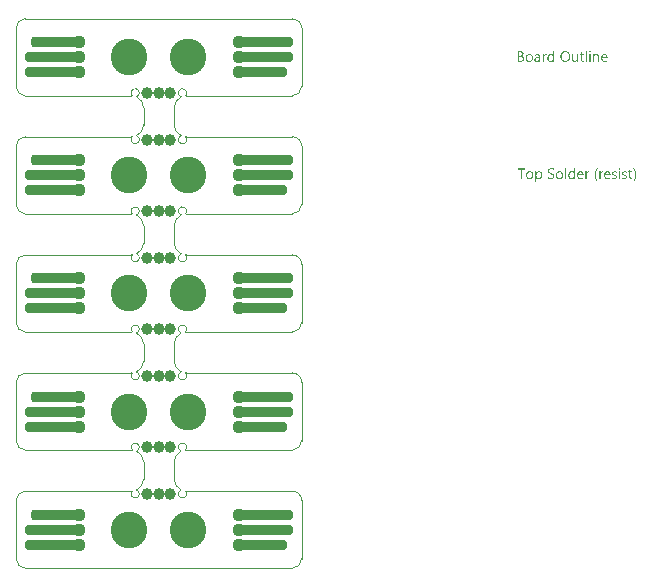
<source format=gts>
G04*
G04 #@! TF.GenerationSoftware,Altium Limited,Altium Designer,21.3.2 (30)*
G04*
G04 Layer_Color=8388736*
%FSAX25Y25*%
%MOIN*%
G70*
G04*
G04 #@! TF.SameCoordinates,95C765EB-83B6-4E62-A68E-D1C90A93CB07*
G04*
G04*
G04 #@! TF.FilePolarity,Negative*
G04*
G01*
G75*
%ADD10C,0.00394*%
G04:AMPARAMS|DCode=11|XSize=35.43mil|YSize=169.29mil|CornerRadius=13.82mil|HoleSize=0mil|Usage=FLASHONLY|Rotation=270.000|XOffset=0mil|YOffset=0mil|HoleType=Round|Shape=RoundedRectangle|*
%AMROUNDEDRECTD11*
21,1,0.03543,0.14165,0,0,270.0*
21,1,0.00780,0.16929,0,0,270.0*
1,1,0.02764,-0.07083,-0.00390*
1,1,0.02764,-0.07083,0.00390*
1,1,0.02764,0.07083,0.00390*
1,1,0.02764,0.07083,-0.00390*
%
%ADD11ROUNDEDRECTD11*%
G04:AMPARAMS|DCode=12|XSize=35.43mil|YSize=188.98mil|CornerRadius=13.82mil|HoleSize=0mil|Usage=FLASHONLY|Rotation=270.000|XOffset=0mil|YOffset=0mil|HoleType=Round|Shape=RoundedRectangle|*
%AMROUNDEDRECTD12*
21,1,0.03543,0.16134,0,0,270.0*
21,1,0.00780,0.18898,0,0,270.0*
1,1,0.02764,-0.08067,-0.00390*
1,1,0.02764,-0.08067,0.00390*
1,1,0.02764,0.08067,0.00390*
1,1,0.02764,0.08067,-0.00390*
%
%ADD12ROUNDEDRECTD12*%
%ADD13C,0.12205*%
%ADD14C,0.04370*%
%ADD15C,0.00591*%
%ADD16C,0.03937*%
G36*
X0143757Y0080889D02*
X0143784Y0080883D01*
X0143812Y0080873D01*
X0143843Y0080858D01*
X0143874Y0080839D01*
X0143905Y0080815D01*
X0143908Y0080812D01*
X0143917Y0080802D01*
X0143930Y0080787D01*
X0143945Y0080765D01*
X0143957Y0080737D01*
X0143970Y0080707D01*
X0143979Y0080669D01*
X0143982Y0080629D01*
Y0080623D01*
Y0080611D01*
X0143979Y0080592D01*
X0143973Y0080564D01*
X0143964Y0080537D01*
X0143948Y0080506D01*
X0143930Y0080475D01*
X0143905Y0080444D01*
X0143902Y0080441D01*
X0143893Y0080431D01*
X0143874Y0080419D01*
X0143852Y0080407D01*
X0143825Y0080394D01*
X0143794Y0080382D01*
X0143760Y0080373D01*
X0143719Y0080370D01*
X0143701D01*
X0143682Y0080373D01*
X0143655Y0080379D01*
X0143627Y0080388D01*
X0143596Y0080401D01*
X0143565Y0080416D01*
X0143534Y0080441D01*
X0143531Y0080444D01*
X0143522Y0080453D01*
X0143509Y0080472D01*
X0143497Y0080493D01*
X0143485Y0080518D01*
X0143472Y0080552D01*
X0143463Y0080589D01*
X0143460Y0080629D01*
Y0080635D01*
Y0080648D01*
X0143463Y0080669D01*
X0143469Y0080694D01*
X0143479Y0080725D01*
X0143491Y0080756D01*
X0143509Y0080787D01*
X0143534Y0080815D01*
X0143537Y0080818D01*
X0143546Y0080827D01*
X0143565Y0080839D01*
X0143587Y0080855D01*
X0143614Y0080867D01*
X0143645Y0080879D01*
X0143679Y0080889D01*
X0143719Y0080892D01*
X0143738D01*
X0143757Y0080889D01*
D02*
G37*
G36*
X0131789Y0077224D02*
X0131387D01*
Y0077647D01*
X0131378D01*
X0131375Y0077641D01*
X0131366Y0077626D01*
X0131347Y0077604D01*
X0131325Y0077573D01*
X0131295Y0077536D01*
X0131261Y0077496D01*
X0131217Y0077453D01*
X0131165Y0077406D01*
X0131109Y0077360D01*
X0131044Y0077317D01*
X0130973Y0077277D01*
X0130896Y0077240D01*
X0130813Y0077209D01*
X0130720Y0077187D01*
X0130621Y0077171D01*
X0130516Y0077165D01*
X0130494D01*
X0130470Y0077168D01*
X0130439Y0077171D01*
X0130398Y0077175D01*
X0130352Y0077184D01*
X0130300Y0077193D01*
X0130244Y0077209D01*
X0130185Y0077224D01*
X0130123Y0077249D01*
X0130062Y0077273D01*
X0129997Y0077307D01*
X0129935Y0077345D01*
X0129873Y0077391D01*
X0129815Y0077443D01*
X0129759Y0077502D01*
X0129756Y0077505D01*
X0129746Y0077518D01*
X0129734Y0077536D01*
X0129716Y0077564D01*
X0129694Y0077598D01*
X0129669Y0077638D01*
X0129645Y0077688D01*
X0129620Y0077743D01*
X0129592Y0077805D01*
X0129567Y0077873D01*
X0129543Y0077950D01*
X0129521Y0078031D01*
X0129502Y0078117D01*
X0129490Y0078213D01*
X0129481Y0078312D01*
X0129478Y0078417D01*
Y0078420D01*
Y0078423D01*
Y0078432D01*
Y0078445D01*
X0129481Y0078475D01*
X0129484Y0078519D01*
X0129487Y0078574D01*
X0129493Y0078633D01*
X0129502Y0078701D01*
X0129518Y0078775D01*
X0129533Y0078852D01*
X0129555Y0078936D01*
X0129580Y0079016D01*
X0129611Y0079103D01*
X0129645Y0079183D01*
X0129688Y0079264D01*
X0129734Y0079341D01*
X0129790Y0079415D01*
X0129793Y0079418D01*
X0129805Y0079430D01*
X0129824Y0079449D01*
X0129849Y0079474D01*
X0129879Y0079501D01*
X0129917Y0079535D01*
X0129963Y0079569D01*
X0130012Y0079603D01*
X0130071Y0079637D01*
X0130133Y0079671D01*
X0130201Y0079705D01*
X0130275Y0079733D01*
X0130355Y0079758D01*
X0130442Y0079776D01*
X0130531Y0079789D01*
X0130627Y0079792D01*
X0130649D01*
X0130677Y0079789D01*
X0130711Y0079786D01*
X0130754Y0079779D01*
X0130803Y0079770D01*
X0130856Y0079758D01*
X0130915Y0079742D01*
X0130976Y0079721D01*
X0131038Y0079693D01*
X0131100Y0079659D01*
X0131162Y0079619D01*
X0131220Y0079572D01*
X0131279Y0079520D01*
X0131332Y0079455D01*
X0131378Y0079384D01*
X0131387D01*
Y0080938D01*
X0131789D01*
Y0077224D01*
D02*
G37*
G36*
X0146003Y0079789D02*
X0146031D01*
X0146065Y0079783D01*
X0146105Y0079776D01*
X0146148Y0079770D01*
X0146195Y0079758D01*
X0146244Y0079746D01*
X0146297Y0079727D01*
X0146349Y0079705D01*
X0146402Y0079677D01*
X0146451Y0079647D01*
X0146501Y0079613D01*
X0146547Y0079569D01*
X0146590Y0079523D01*
X0146593Y0079520D01*
X0146599Y0079511D01*
X0146612Y0079495D01*
X0146624Y0079474D01*
X0146640Y0079446D01*
X0146658Y0079412D01*
X0146680Y0079372D01*
X0146701Y0079328D01*
X0146720Y0079276D01*
X0146741Y0079220D01*
X0146760Y0079155D01*
X0146775Y0079087D01*
X0146788Y0079013D01*
X0146800Y0078933D01*
X0146806Y0078849D01*
X0146809Y0078757D01*
Y0077224D01*
X0146408D01*
Y0078655D01*
Y0078658D01*
Y0078664D01*
Y0078673D01*
Y0078689D01*
X0146405Y0078707D01*
Y0078729D01*
X0146398Y0078778D01*
X0146389Y0078840D01*
X0146377Y0078908D01*
X0146358Y0078979D01*
X0146334Y0079053D01*
X0146303Y0079128D01*
X0146266Y0079199D01*
X0146219Y0079267D01*
X0146161Y0079328D01*
X0146096Y0079378D01*
X0146059Y0079399D01*
X0146015Y0079418D01*
X0145972Y0079433D01*
X0145926Y0079443D01*
X0145876Y0079449D01*
X0145824Y0079452D01*
X0145796D01*
X0145774Y0079449D01*
X0145750Y0079446D01*
X0145719Y0079440D01*
X0145685Y0079433D01*
X0145651Y0079424D01*
X0145611Y0079412D01*
X0145570Y0079396D01*
X0145530Y0079378D01*
X0145487Y0079356D01*
X0145447Y0079328D01*
X0145404Y0079298D01*
X0145363Y0079264D01*
X0145326Y0079223D01*
X0145323Y0079220D01*
X0145317Y0079214D01*
X0145308Y0079202D01*
X0145295Y0079183D01*
X0145280Y0079162D01*
X0145264Y0079134D01*
X0145246Y0079103D01*
X0145227Y0079069D01*
X0145209Y0079029D01*
X0145190Y0078985D01*
X0145175Y0078939D01*
X0145159Y0078890D01*
X0145147Y0078834D01*
X0145138Y0078778D01*
X0145132Y0078716D01*
X0145129Y0078655D01*
Y0077224D01*
X0144727D01*
Y0079733D01*
X0145129D01*
Y0079316D01*
X0145138D01*
X0145141Y0079322D01*
X0145150Y0079338D01*
X0145169Y0079359D01*
X0145190Y0079390D01*
X0145221Y0079427D01*
X0145255Y0079467D01*
X0145299Y0079511D01*
X0145348Y0079554D01*
X0145404Y0079597D01*
X0145465Y0079640D01*
X0145533Y0079681D01*
X0145604Y0079718D01*
X0145685Y0079749D01*
X0145771Y0079770D01*
X0145864Y0079786D01*
X0145963Y0079792D01*
X0145981D01*
X0146003Y0079789D01*
D02*
G37*
G36*
X0129027Y0079773D02*
X0129060D01*
X0129098Y0079767D01*
X0129138Y0079761D01*
X0129178Y0079755D01*
X0129212Y0079742D01*
Y0079325D01*
X0129206Y0079328D01*
X0129193Y0079338D01*
X0129169Y0079350D01*
X0129135Y0079365D01*
X0129088Y0079381D01*
X0129039Y0079393D01*
X0128977Y0079403D01*
X0128906Y0079406D01*
X0128881D01*
X0128863Y0079403D01*
X0128841Y0079399D01*
X0128816Y0079393D01*
X0128758Y0079375D01*
X0128724Y0079362D01*
X0128690Y0079347D01*
X0128653Y0079325D01*
X0128616Y0079304D01*
X0128582Y0079276D01*
X0128544Y0079242D01*
X0128510Y0079205D01*
X0128477Y0079162D01*
X0128473Y0079158D01*
X0128470Y0079149D01*
X0128461Y0079137D01*
X0128449Y0079118D01*
X0128436Y0079093D01*
X0128421Y0079063D01*
X0128405Y0079029D01*
X0128390Y0078988D01*
X0128375Y0078945D01*
X0128359Y0078896D01*
X0128344Y0078840D01*
X0128331Y0078781D01*
X0128319Y0078716D01*
X0128310Y0078649D01*
X0128307Y0078578D01*
X0128304Y0078500D01*
Y0077224D01*
X0127902D01*
Y0079733D01*
X0128304D01*
Y0079214D01*
X0128313D01*
Y0079217D01*
X0128316Y0079226D01*
X0128322Y0079239D01*
X0128328Y0079257D01*
X0128338Y0079279D01*
X0128350Y0079307D01*
X0128378Y0079365D01*
X0128415Y0079433D01*
X0128461Y0079501D01*
X0128514Y0079566D01*
X0128575Y0079628D01*
X0128578Y0079631D01*
X0128585Y0079634D01*
X0128594Y0079640D01*
X0128606Y0079653D01*
X0128622Y0079662D01*
X0128643Y0079674D01*
X0128690Y0079702D01*
X0128749Y0079730D01*
X0128816Y0079755D01*
X0128891Y0079770D01*
X0128931Y0079773D01*
X0128971Y0079776D01*
X0128996D01*
X0129027Y0079773D01*
D02*
G37*
G36*
X0139789Y0077224D02*
X0139387D01*
Y0077620D01*
X0139378D01*
X0139375Y0077613D01*
X0139366Y0077601D01*
X0139350Y0077576D01*
X0139332Y0077548D01*
X0139304Y0077514D01*
X0139270Y0077477D01*
X0139233Y0077434D01*
X0139187Y0077394D01*
X0139137Y0077351D01*
X0139078Y0077311D01*
X0139016Y0077270D01*
X0138945Y0077236D01*
X0138868Y0077209D01*
X0138788Y0077184D01*
X0138698Y0077171D01*
X0138602Y0077165D01*
X0138581D01*
X0138565Y0077168D01*
X0138544D01*
X0138519Y0077171D01*
X0138491Y0077178D01*
X0138463Y0077181D01*
X0138395Y0077199D01*
X0138318Y0077221D01*
X0138238Y0077255D01*
X0138198Y0077277D01*
X0138154Y0077298D01*
X0138111Y0077326D01*
X0138071Y0077354D01*
X0138031Y0077388D01*
X0137991Y0077425D01*
X0137951Y0077468D01*
X0137913Y0077511D01*
X0137879Y0077561D01*
X0137845Y0077617D01*
X0137818Y0077675D01*
X0137790Y0077737D01*
X0137765Y0077805D01*
X0137743Y0077879D01*
X0137728Y0077960D01*
X0137716Y0078043D01*
X0137709Y0078136D01*
X0137706Y0078231D01*
Y0079733D01*
X0138105D01*
Y0078296D01*
Y0078293D01*
Y0078287D01*
Y0078278D01*
Y0078262D01*
X0138108Y0078244D01*
Y0078222D01*
X0138114Y0078173D01*
X0138124Y0078111D01*
X0138136Y0078046D01*
X0138157Y0077972D01*
X0138182Y0077901D01*
X0138213Y0077827D01*
X0138253Y0077753D01*
X0138303Y0077688D01*
X0138361Y0077626D01*
X0138433Y0077576D01*
X0138470Y0077555D01*
X0138513Y0077536D01*
X0138559Y0077521D01*
X0138606Y0077511D01*
X0138658Y0077505D01*
X0138714Y0077502D01*
X0138742D01*
X0138763Y0077505D01*
X0138788Y0077508D01*
X0138816Y0077514D01*
X0138850Y0077521D01*
X0138884Y0077530D01*
X0138921Y0077539D01*
X0138961Y0077555D01*
X0139001Y0077573D01*
X0139041Y0077595D01*
X0139081Y0077620D01*
X0139122Y0077647D01*
X0139159Y0077681D01*
X0139196Y0077719D01*
X0139199Y0077722D01*
X0139205Y0077728D01*
X0139214Y0077740D01*
X0139227Y0077759D01*
X0139239Y0077780D01*
X0139258Y0077805D01*
X0139273Y0077836D01*
X0139292Y0077870D01*
X0139310Y0077910D01*
X0139325Y0077953D01*
X0139344Y0078000D01*
X0139356Y0078049D01*
X0139369Y0078105D01*
X0139378Y0078160D01*
X0139384Y0078222D01*
X0139387Y0078287D01*
Y0079733D01*
X0139789D01*
Y0077224D01*
D02*
G37*
G36*
X0143914D02*
X0143512D01*
Y0079733D01*
X0143914D01*
Y0077224D01*
D02*
G37*
G36*
X0142700D02*
X0142298D01*
Y0080938D01*
X0142700D01*
Y0077224D01*
D02*
G37*
G36*
X0126298Y0079789D02*
X0126320D01*
X0126341Y0079786D01*
X0126369Y0079783D01*
X0126400Y0079776D01*
X0126465Y0079764D01*
X0126542Y0079742D01*
X0126620Y0079715D01*
X0126703Y0079674D01*
X0126786Y0079625D01*
X0126827Y0079597D01*
X0126867Y0079563D01*
X0126904Y0079526D01*
X0126941Y0079489D01*
X0126975Y0079446D01*
X0127006Y0079396D01*
X0127037Y0079347D01*
X0127064Y0079291D01*
X0127086Y0079229D01*
X0127108Y0079165D01*
X0127123Y0079097D01*
X0127136Y0079019D01*
X0127142Y0078942D01*
X0127145Y0078856D01*
Y0077224D01*
X0126743D01*
Y0077613D01*
X0126734D01*
X0126731Y0077607D01*
X0126721Y0077595D01*
X0126706Y0077573D01*
X0126684Y0077542D01*
X0126656Y0077508D01*
X0126622Y0077471D01*
X0126585Y0077431D01*
X0126539Y0077391D01*
X0126487Y0077348D01*
X0126431Y0077307D01*
X0126366Y0077270D01*
X0126298Y0077236D01*
X0126221Y0077205D01*
X0126140Y0077184D01*
X0126054Y0077171D01*
X0125961Y0077165D01*
X0125924D01*
X0125900Y0077168D01*
X0125869Y0077171D01*
X0125831Y0077175D01*
X0125791Y0077181D01*
X0125748Y0077190D01*
X0125652Y0077215D01*
X0125606Y0077230D01*
X0125557Y0077249D01*
X0125507Y0077270D01*
X0125461Y0077298D01*
X0125417Y0077329D01*
X0125374Y0077363D01*
X0125371Y0077366D01*
X0125365Y0077372D01*
X0125356Y0077385D01*
X0125340Y0077400D01*
X0125325Y0077419D01*
X0125309Y0077443D01*
X0125288Y0077471D01*
X0125269Y0077502D01*
X0125251Y0077539D01*
X0125232Y0077579D01*
X0125214Y0077623D01*
X0125198Y0077669D01*
X0125183Y0077719D01*
X0125173Y0077771D01*
X0125167Y0077830D01*
X0125164Y0077888D01*
Y0077891D01*
Y0077898D01*
Y0077907D01*
X0125167Y0077919D01*
Y0077935D01*
X0125170Y0077953D01*
X0125176Y0078000D01*
X0125189Y0078055D01*
X0125207Y0078117D01*
X0125232Y0078185D01*
X0125269Y0078256D01*
X0125312Y0078327D01*
X0125365Y0078398D01*
X0125399Y0078432D01*
X0125433Y0078466D01*
X0125473Y0078500D01*
X0125513Y0078531D01*
X0125560Y0078562D01*
X0125609Y0078590D01*
X0125662Y0078615D01*
X0125720Y0078639D01*
X0125782Y0078661D01*
X0125847Y0078680D01*
X0125918Y0078695D01*
X0125992Y0078707D01*
X0126743Y0078812D01*
Y0078815D01*
Y0078819D01*
Y0078828D01*
Y0078840D01*
X0126740Y0078871D01*
X0126734Y0078911D01*
X0126728Y0078961D01*
X0126715Y0079016D01*
X0126700Y0079072D01*
X0126678Y0079134D01*
X0126650Y0079192D01*
X0126616Y0079251D01*
X0126576Y0079304D01*
X0126527Y0079353D01*
X0126465Y0079393D01*
X0126397Y0079424D01*
X0126360Y0079436D01*
X0126317Y0079446D01*
X0126273Y0079449D01*
X0126227Y0079452D01*
X0126205D01*
X0126184Y0079449D01*
X0126150Y0079446D01*
X0126110Y0079443D01*
X0126063Y0079436D01*
X0126011Y0079427D01*
X0125955Y0079415D01*
X0125893Y0079396D01*
X0125828Y0079378D01*
X0125760Y0079353D01*
X0125689Y0079322D01*
X0125618Y0079285D01*
X0125547Y0079245D01*
X0125476Y0079199D01*
X0125408Y0079143D01*
Y0079554D01*
X0125411Y0079557D01*
X0125424Y0079563D01*
X0125445Y0079576D01*
X0125473Y0079591D01*
X0125510Y0079610D01*
X0125550Y0079628D01*
X0125600Y0079650D01*
X0125655Y0079674D01*
X0125714Y0079696D01*
X0125779Y0079718D01*
X0125850Y0079736D01*
X0125924Y0079755D01*
X0126005Y0079770D01*
X0126085Y0079783D01*
X0126171Y0079789D01*
X0126261Y0079792D01*
X0126283D01*
X0126298Y0079789D01*
D02*
G37*
G36*
X0120662Y0080734D02*
X0120699Y0080731D01*
X0120742Y0080725D01*
X0120792Y0080719D01*
X0120847Y0080710D01*
X0120903Y0080697D01*
X0120962Y0080682D01*
X0121023Y0080663D01*
X0121082Y0080642D01*
X0121144Y0080617D01*
X0121200Y0080586D01*
X0121255Y0080552D01*
X0121308Y0080512D01*
X0121311Y0080509D01*
X0121320Y0080503D01*
X0121333Y0080490D01*
X0121348Y0080472D01*
X0121370Y0080450D01*
X0121391Y0080422D01*
X0121416Y0080391D01*
X0121441Y0080357D01*
X0121465Y0080317D01*
X0121490Y0080274D01*
X0121512Y0080225D01*
X0121533Y0080175D01*
X0121549Y0080119D01*
X0121561Y0080061D01*
X0121570Y0079999D01*
X0121573Y0079934D01*
Y0079931D01*
Y0079922D01*
Y0079906D01*
X0121570Y0079885D01*
X0121567Y0079857D01*
X0121564Y0079829D01*
X0121561Y0079795D01*
X0121555Y0079758D01*
X0121533Y0079674D01*
X0121505Y0079588D01*
X0121487Y0079542D01*
X0121465Y0079498D01*
X0121441Y0079455D01*
X0121413Y0079412D01*
X0121410Y0079409D01*
X0121407Y0079403D01*
X0121397Y0079390D01*
X0121382Y0079375D01*
X0121367Y0079359D01*
X0121348Y0079338D01*
X0121323Y0079316D01*
X0121299Y0079291D01*
X0121268Y0079267D01*
X0121234Y0079239D01*
X0121196Y0079214D01*
X0121156Y0079186D01*
X0121113Y0079162D01*
X0121070Y0079140D01*
X0120968Y0079100D01*
Y0079090D01*
X0120971D01*
X0120983Y0079087D01*
X0121002Y0079084D01*
X0121027Y0079081D01*
X0121057Y0079075D01*
X0121091Y0079066D01*
X0121132Y0079053D01*
X0121172Y0079041D01*
X0121261Y0079007D01*
X0121311Y0078985D01*
X0121357Y0078958D01*
X0121404Y0078930D01*
X0121450Y0078899D01*
X0121496Y0078862D01*
X0121536Y0078822D01*
X0121539Y0078819D01*
X0121546Y0078812D01*
X0121555Y0078800D01*
X0121570Y0078781D01*
X0121586Y0078757D01*
X0121604Y0078732D01*
X0121623Y0078698D01*
X0121645Y0078664D01*
X0121663Y0078624D01*
X0121682Y0078578D01*
X0121700Y0078531D01*
X0121716Y0078479D01*
X0121731Y0078420D01*
X0121740Y0078361D01*
X0121747Y0078299D01*
X0121750Y0078231D01*
Y0078225D01*
Y0078213D01*
X0121747Y0078188D01*
X0121743Y0078157D01*
X0121740Y0078117D01*
X0121731Y0078074D01*
X0121722Y0078024D01*
X0121709Y0077972D01*
X0121691Y0077913D01*
X0121669Y0077854D01*
X0121645Y0077796D01*
X0121614Y0077734D01*
X0121577Y0077672D01*
X0121533Y0077613D01*
X0121484Y0077558D01*
X0121425Y0077502D01*
X0121422Y0077499D01*
X0121410Y0077490D01*
X0121391Y0077477D01*
X0121367Y0077459D01*
X0121335Y0077437D01*
X0121295Y0077416D01*
X0121252Y0077388D01*
X0121203Y0077363D01*
X0121144Y0077338D01*
X0121082Y0077314D01*
X0121017Y0077289D01*
X0120943Y0077267D01*
X0120866Y0077249D01*
X0120785Y0077236D01*
X0120699Y0077227D01*
X0120609Y0077224D01*
X0119587D01*
Y0080737D01*
X0120628D01*
X0120662Y0080734D01*
D02*
G37*
G36*
X0141130Y0079733D02*
X0141763D01*
Y0079387D01*
X0141130D01*
Y0077975D01*
Y0077972D01*
Y0077963D01*
Y0077950D01*
Y0077935D01*
X0141133Y0077913D01*
X0141136Y0077888D01*
X0141142Y0077836D01*
X0141152Y0077774D01*
X0141167Y0077715D01*
X0141189Y0077660D01*
X0141201Y0077635D01*
X0141217Y0077613D01*
X0141220Y0077610D01*
X0141232Y0077598D01*
X0141254Y0077579D01*
X0141285Y0077561D01*
X0141325Y0077539D01*
X0141374Y0077524D01*
X0141433Y0077511D01*
X0141501Y0077505D01*
X0141526D01*
X0141553Y0077508D01*
X0141590Y0077514D01*
X0141631Y0077527D01*
X0141677Y0077539D01*
X0141720Y0077561D01*
X0141763Y0077589D01*
Y0077246D01*
X0141760D01*
X0141757Y0077243D01*
X0141748Y0077240D01*
X0141739Y0077233D01*
X0141705Y0077221D01*
X0141665Y0077209D01*
X0141609Y0077196D01*
X0141544Y0077184D01*
X0141470Y0077175D01*
X0141387Y0077171D01*
X0141359D01*
X0141325Y0077178D01*
X0141285Y0077184D01*
X0141235Y0077193D01*
X0141180Y0077212D01*
X0141118Y0077233D01*
X0141059Y0077264D01*
X0140997Y0077301D01*
X0140935Y0077351D01*
X0140880Y0077409D01*
X0140855Y0077443D01*
X0140830Y0077481D01*
X0140809Y0077521D01*
X0140790Y0077564D01*
X0140772Y0077610D01*
X0140756Y0077663D01*
X0140744Y0077715D01*
X0140735Y0077774D01*
X0140732Y0077836D01*
X0140728Y0077904D01*
Y0079387D01*
X0140299D01*
Y0079733D01*
X0140728D01*
Y0080345D01*
X0141130Y0080475D01*
Y0079733D01*
D02*
G37*
G36*
X0148599Y0079789D02*
X0148633Y0079786D01*
X0148676Y0079783D01*
X0148722Y0079776D01*
X0148775Y0079764D01*
X0148830Y0079752D01*
X0148892Y0079736D01*
X0148954Y0079715D01*
X0149016Y0079687D01*
X0149081Y0079656D01*
X0149143Y0079619D01*
X0149201Y0079576D01*
X0149260Y0079526D01*
X0149312Y0079470D01*
X0149316Y0079467D01*
X0149325Y0079455D01*
X0149337Y0079436D01*
X0149356Y0079412D01*
X0149374Y0079381D01*
X0149399Y0079341D01*
X0149424Y0079294D01*
X0149448Y0079242D01*
X0149473Y0079180D01*
X0149498Y0079115D01*
X0149522Y0079041D01*
X0149541Y0078964D01*
X0149560Y0078877D01*
X0149572Y0078788D01*
X0149581Y0078689D01*
X0149584Y0078587D01*
Y0078377D01*
X0147811D01*
Y0078370D01*
Y0078358D01*
X0147814Y0078337D01*
X0147817Y0078309D01*
X0147820Y0078272D01*
X0147826Y0078231D01*
X0147832Y0078188D01*
X0147845Y0078139D01*
X0147872Y0078034D01*
X0147891Y0077981D01*
X0147913Y0077925D01*
X0147937Y0077873D01*
X0147965Y0077820D01*
X0147999Y0077774D01*
X0148036Y0077728D01*
X0148039Y0077725D01*
X0148046Y0077719D01*
X0148058Y0077706D01*
X0148076Y0077694D01*
X0148098Y0077675D01*
X0148126Y0077657D01*
X0148157Y0077635D01*
X0148191Y0077617D01*
X0148231Y0077595D01*
X0148277Y0077573D01*
X0148324Y0077555D01*
X0148379Y0077536D01*
X0148435Y0077524D01*
X0148497Y0077511D01*
X0148562Y0077505D01*
X0148629Y0077502D01*
X0148648D01*
X0148670Y0077505D01*
X0148701D01*
X0148738Y0077511D01*
X0148781Y0077518D01*
X0148830Y0077527D01*
X0148886Y0077536D01*
X0148945Y0077552D01*
X0149006Y0077570D01*
X0149071Y0077592D01*
X0149136Y0077620D01*
X0149204Y0077650D01*
X0149272Y0077688D01*
X0149340Y0077731D01*
X0149408Y0077780D01*
Y0077403D01*
X0149405Y0077400D01*
X0149393Y0077394D01*
X0149374Y0077382D01*
X0149349Y0077366D01*
X0149316Y0077348D01*
X0149275Y0077329D01*
X0149229Y0077307D01*
X0149176Y0077286D01*
X0149115Y0077261D01*
X0149050Y0077240D01*
X0148979Y0077221D01*
X0148901Y0077202D01*
X0148818Y0077187D01*
X0148728Y0077175D01*
X0148633Y0077168D01*
X0148534Y0077165D01*
X0148509D01*
X0148484Y0077168D01*
X0148447Y0077171D01*
X0148401Y0077175D01*
X0148348Y0077184D01*
X0148293Y0077193D01*
X0148231Y0077209D01*
X0148166Y0077227D01*
X0148098Y0077249D01*
X0148027Y0077277D01*
X0147959Y0077307D01*
X0147888Y0077348D01*
X0147823Y0077394D01*
X0147758Y0077447D01*
X0147699Y0077505D01*
X0147696Y0077508D01*
X0147687Y0077521D01*
X0147672Y0077542D01*
X0147653Y0077570D01*
X0147628Y0077604D01*
X0147604Y0077647D01*
X0147576Y0077697D01*
X0147548Y0077756D01*
X0147520Y0077817D01*
X0147492Y0077891D01*
X0147468Y0077969D01*
X0147443Y0078055D01*
X0147424Y0078148D01*
X0147409Y0078247D01*
X0147400Y0078355D01*
X0147397Y0078466D01*
Y0078469D01*
Y0078472D01*
Y0078482D01*
Y0078491D01*
X0147400Y0078522D01*
X0147403Y0078565D01*
X0147406Y0078615D01*
X0147415Y0078670D01*
X0147424Y0078735D01*
X0147437Y0078806D01*
X0147455Y0078880D01*
X0147477Y0078958D01*
X0147505Y0079038D01*
X0147536Y0079118D01*
X0147573Y0079195D01*
X0147619Y0079276D01*
X0147669Y0079350D01*
X0147727Y0079421D01*
X0147730Y0079424D01*
X0147743Y0079436D01*
X0147761Y0079455D01*
X0147786Y0079480D01*
X0147820Y0079508D01*
X0147860Y0079539D01*
X0147903Y0079572D01*
X0147956Y0079606D01*
X0148012Y0079640D01*
X0148076Y0079674D01*
X0148144Y0079705D01*
X0148215Y0079733D01*
X0148293Y0079758D01*
X0148376Y0079776D01*
X0148463Y0079789D01*
X0148552Y0079792D01*
X0148574D01*
X0148599Y0079789D01*
D02*
G37*
G36*
X0135556Y0080793D02*
X0135577D01*
X0135599Y0080790D01*
X0135627D01*
X0135689Y0080781D01*
X0135760Y0080771D01*
X0135840Y0080756D01*
X0135926Y0080734D01*
X0136016Y0080710D01*
X0136112Y0080676D01*
X0136208Y0080635D01*
X0136307Y0080589D01*
X0136406Y0080533D01*
X0136498Y0080469D01*
X0136591Y0080391D01*
X0136677Y0080305D01*
X0136684Y0080299D01*
X0136696Y0080283D01*
X0136718Y0080255D01*
X0136749Y0080215D01*
X0136779Y0080166D01*
X0136820Y0080107D01*
X0136860Y0080039D01*
X0136900Y0079962D01*
X0136940Y0079872D01*
X0136980Y0079776D01*
X0137020Y0079671D01*
X0137054Y0079557D01*
X0137082Y0079433D01*
X0137104Y0079304D01*
X0137116Y0079168D01*
X0137122Y0079023D01*
Y0079019D01*
Y0079013D01*
Y0079001D01*
Y0078985D01*
X0137119Y0078964D01*
Y0078939D01*
X0137116Y0078911D01*
Y0078880D01*
X0137113Y0078846D01*
X0137110Y0078809D01*
X0137098Y0078726D01*
X0137085Y0078630D01*
X0137067Y0078531D01*
X0137042Y0078423D01*
X0137011Y0078312D01*
X0136974Y0078201D01*
X0136931Y0078086D01*
X0136878Y0077975D01*
X0136817Y0077864D01*
X0136745Y0077762D01*
X0136665Y0077663D01*
X0136659Y0077657D01*
X0136643Y0077641D01*
X0136619Y0077617D01*
X0136582Y0077586D01*
X0136535Y0077548D01*
X0136480Y0077505D01*
X0136418Y0077462D01*
X0136344Y0077416D01*
X0136260Y0077369D01*
X0136168Y0077323D01*
X0136069Y0077280D01*
X0135960Y0077243D01*
X0135843Y0077212D01*
X0135720Y0077187D01*
X0135587Y0077171D01*
X0135448Y0077165D01*
X0135414D01*
X0135398Y0077168D01*
X0135377D01*
X0135352Y0077171D01*
X0135324Y0077175D01*
X0135259Y0077181D01*
X0135188Y0077190D01*
X0135105Y0077205D01*
X0135018Y0077227D01*
X0134922Y0077252D01*
X0134827Y0077286D01*
X0134728Y0077326D01*
X0134626Y0077372D01*
X0134527Y0077428D01*
X0134431Y0077496D01*
X0134335Y0077570D01*
X0134249Y0077657D01*
X0134242Y0077663D01*
X0134230Y0077678D01*
X0134209Y0077706D01*
X0134178Y0077746D01*
X0134144Y0077796D01*
X0134107Y0077854D01*
X0134066Y0077922D01*
X0134026Y0078003D01*
X0133983Y0078089D01*
X0133943Y0078185D01*
X0133906Y0078290D01*
X0133872Y0078404D01*
X0133841Y0078528D01*
X0133819Y0078658D01*
X0133807Y0078794D01*
X0133801Y0078939D01*
Y0078942D01*
Y0078948D01*
Y0078961D01*
Y0078976D01*
X0133804Y0078998D01*
Y0079019D01*
X0133807Y0079047D01*
Y0079078D01*
X0133810Y0079112D01*
X0133816Y0079152D01*
X0133825Y0079233D01*
X0133838Y0079325D01*
X0133859Y0079424D01*
X0133881Y0079532D01*
X0133912Y0079640D01*
X0133949Y0079752D01*
X0133992Y0079866D01*
X0134045Y0079977D01*
X0134107Y0080085D01*
X0134178Y0080190D01*
X0134258Y0080289D01*
X0134264Y0080295D01*
X0134280Y0080311D01*
X0134304Y0080336D01*
X0134341Y0080370D01*
X0134388Y0080407D01*
X0134446Y0080450D01*
X0134511Y0080496D01*
X0134585Y0080543D01*
X0134672Y0080589D01*
X0134765Y0080635D01*
X0134867Y0080679D01*
X0134978Y0080716D01*
X0135098Y0080750D01*
X0135225Y0080774D01*
X0135361Y0080790D01*
X0135506Y0080796D01*
X0135537D01*
X0135556Y0080793D01*
D02*
G37*
G36*
X0123570Y0079789D02*
X0123610Y0079786D01*
X0123656Y0079783D01*
X0123712Y0079773D01*
X0123770Y0079764D01*
X0123835Y0079749D01*
X0123906Y0079730D01*
X0123977Y0079708D01*
X0124049Y0079681D01*
X0124123Y0079647D01*
X0124194Y0079606D01*
X0124265Y0079560D01*
X0124330Y0079508D01*
X0124392Y0079446D01*
X0124395Y0079443D01*
X0124404Y0079430D01*
X0124419Y0079409D01*
X0124441Y0079381D01*
X0124466Y0079347D01*
X0124490Y0079304D01*
X0124521Y0079254D01*
X0124549Y0079195D01*
X0124580Y0079131D01*
X0124608Y0079059D01*
X0124633Y0078982D01*
X0124657Y0078896D01*
X0124679Y0078803D01*
X0124694Y0078704D01*
X0124704Y0078599D01*
X0124707Y0078488D01*
Y0078485D01*
Y0078482D01*
Y0078472D01*
Y0078460D01*
X0124704Y0078429D01*
X0124701Y0078389D01*
X0124697Y0078337D01*
X0124688Y0078278D01*
X0124679Y0078213D01*
X0124663Y0078142D01*
X0124645Y0078068D01*
X0124623Y0077987D01*
X0124595Y0077907D01*
X0124565Y0077827D01*
X0124524Y0077746D01*
X0124478Y0077669D01*
X0124425Y0077595D01*
X0124367Y0077524D01*
X0124364Y0077521D01*
X0124351Y0077508D01*
X0124333Y0077490D01*
X0124305Y0077468D01*
X0124271Y0077440D01*
X0124231Y0077409D01*
X0124181Y0077379D01*
X0124126Y0077345D01*
X0124064Y0077311D01*
X0123996Y0077280D01*
X0123922Y0077249D01*
X0123842Y0077221D01*
X0123752Y0077199D01*
X0123659Y0077181D01*
X0123563Y0077168D01*
X0123458Y0077165D01*
X0123434D01*
X0123406Y0077168D01*
X0123366Y0077171D01*
X0123319Y0077175D01*
X0123264Y0077184D01*
X0123205Y0077193D01*
X0123140Y0077209D01*
X0123069Y0077227D01*
X0122998Y0077252D01*
X0122924Y0077280D01*
X0122850Y0077314D01*
X0122775Y0077354D01*
X0122701Y0077400D01*
X0122633Y0077453D01*
X0122569Y0077514D01*
X0122565Y0077518D01*
X0122553Y0077530D01*
X0122538Y0077552D01*
X0122516Y0077579D01*
X0122491Y0077613D01*
X0122463Y0077657D01*
X0122436Y0077706D01*
X0122405Y0077765D01*
X0122374Y0077827D01*
X0122343Y0077898D01*
X0122315Y0077975D01*
X0122290Y0078058D01*
X0122269Y0078145D01*
X0122253Y0078241D01*
X0122241Y0078343D01*
X0122238Y0078448D01*
Y0078451D01*
Y0078454D01*
Y0078463D01*
Y0078475D01*
X0122241Y0078509D01*
X0122244Y0078553D01*
X0122247Y0078605D01*
X0122256Y0078667D01*
X0122266Y0078735D01*
X0122281Y0078809D01*
X0122300Y0078886D01*
X0122321Y0078967D01*
X0122349Y0079050D01*
X0122383Y0079134D01*
X0122423Y0079214D01*
X0122467Y0079291D01*
X0122519Y0079365D01*
X0122581Y0079436D01*
X0122584Y0079440D01*
X0122596Y0079452D01*
X0122618Y0079470D01*
X0122646Y0079492D01*
X0122680Y0079520D01*
X0122723Y0079548D01*
X0122772Y0079582D01*
X0122828Y0079616D01*
X0122890Y0079647D01*
X0122961Y0079681D01*
X0123038Y0079708D01*
X0123122Y0079736D01*
X0123211Y0079758D01*
X0123307Y0079776D01*
X0123409Y0079789D01*
X0123517Y0079792D01*
X0123542D01*
X0123570Y0079789D01*
D02*
G37*
G36*
X0153567Y0041825D02*
X0153595Y0041819D01*
X0153623Y0041810D01*
X0153654Y0041794D01*
X0153685Y0041776D01*
X0153716Y0041751D01*
X0153719Y0041748D01*
X0153728Y0041739D01*
X0153740Y0041723D01*
X0153756Y0041702D01*
X0153768Y0041674D01*
X0153780Y0041643D01*
X0153790Y0041606D01*
X0153793Y0041566D01*
Y0041559D01*
Y0041547D01*
X0153790Y0041529D01*
X0153784Y0041501D01*
X0153774Y0041473D01*
X0153759Y0041442D01*
X0153740Y0041411D01*
X0153716Y0041380D01*
X0153713Y0041377D01*
X0153703Y0041368D01*
X0153685Y0041355D01*
X0153663Y0041343D01*
X0153635Y0041331D01*
X0153604Y0041318D01*
X0153570Y0041309D01*
X0153530Y0041306D01*
X0153512D01*
X0153493Y0041309D01*
X0153465Y0041315D01*
X0153438Y0041325D01*
X0153407Y0041337D01*
X0153376Y0041352D01*
X0153345Y0041377D01*
X0153342Y0041380D01*
X0153332Y0041390D01*
X0153320Y0041408D01*
X0153308Y0041430D01*
X0153295Y0041454D01*
X0153283Y0041488D01*
X0153274Y0041526D01*
X0153271Y0041566D01*
Y0041572D01*
Y0041584D01*
X0153274Y0041606D01*
X0153280Y0041631D01*
X0153289Y0041661D01*
X0153302Y0041692D01*
X0153320Y0041723D01*
X0153345Y0041751D01*
X0153348Y0041754D01*
X0153357Y0041763D01*
X0153376Y0041776D01*
X0153397Y0041791D01*
X0153425Y0041804D01*
X0153456Y0041816D01*
X0153490Y0041825D01*
X0153530Y0041828D01*
X0153549D01*
X0153567Y0041825D01*
D02*
G37*
G36*
X0130989Y0041729D02*
X0131032D01*
X0131081Y0041726D01*
X0131137Y0041723D01*
X0131196Y0041717D01*
X0131319Y0041702D01*
X0131443Y0041680D01*
X0131505Y0041664D01*
X0131560Y0041649D01*
X0131616Y0041627D01*
X0131662Y0041606D01*
Y0041142D01*
X0131659Y0041145D01*
X0131647Y0041152D01*
X0131631Y0041161D01*
X0131607Y0041176D01*
X0131576Y0041192D01*
X0131539Y0041210D01*
X0131495Y0041232D01*
X0131446Y0041251D01*
X0131390Y0041272D01*
X0131329Y0041291D01*
X0131264Y0041309D01*
X0131193Y0041325D01*
X0131119Y0041340D01*
X0131038Y0041349D01*
X0130952Y0041355D01*
X0130862Y0041359D01*
X0130813D01*
X0130779Y0041355D01*
X0130738Y0041352D01*
X0130692Y0041346D01*
X0130643Y0041340D01*
X0130593Y0041331D01*
X0130587D01*
X0130572Y0041325D01*
X0130547Y0041318D01*
X0130513Y0041309D01*
X0130476Y0041297D01*
X0130436Y0041281D01*
X0130392Y0041260D01*
X0130352Y0041238D01*
X0130349Y0041235D01*
X0130334Y0041226D01*
X0130315Y0041213D01*
X0130290Y0041195D01*
X0130266Y0041170D01*
X0130235Y0041142D01*
X0130207Y0041111D01*
X0130182Y0041074D01*
X0130179Y0041071D01*
X0130173Y0041056D01*
X0130161Y0041034D01*
X0130151Y0041006D01*
X0130139Y0040972D01*
X0130127Y0040929D01*
X0130120Y0040883D01*
X0130117Y0040830D01*
Y0040824D01*
Y0040809D01*
X0130120Y0040781D01*
X0130123Y0040750D01*
X0130130Y0040713D01*
X0130139Y0040673D01*
X0130151Y0040633D01*
X0130167Y0040595D01*
X0130170Y0040592D01*
X0130176Y0040580D01*
X0130188Y0040561D01*
X0130204Y0040537D01*
X0130226Y0040509D01*
X0130250Y0040478D01*
X0130281Y0040447D01*
X0130315Y0040416D01*
X0130318Y0040413D01*
X0130334Y0040404D01*
X0130355Y0040385D01*
X0130383Y0040367D01*
X0130417Y0040342D01*
X0130457Y0040317D01*
X0130504Y0040286D01*
X0130553Y0040259D01*
X0130556D01*
X0130559Y0040255D01*
X0130578Y0040246D01*
X0130609Y0040231D01*
X0130646Y0040209D01*
X0130695Y0040187D01*
X0130751Y0040160D01*
X0130813Y0040129D01*
X0130877Y0040095D01*
X0130881D01*
X0130887Y0040092D01*
X0130896Y0040086D01*
X0130908Y0040079D01*
X0130927Y0040070D01*
X0130946Y0040061D01*
X0130992Y0040036D01*
X0131047Y0040005D01*
X0131109Y0039971D01*
X0131171Y0039937D01*
X0131236Y0039897D01*
X0131239D01*
X0131242Y0039894D01*
X0131251Y0039888D01*
X0131264Y0039878D01*
X0131298Y0039857D01*
X0131338Y0039829D01*
X0131384Y0039795D01*
X0131434Y0039758D01*
X0131483Y0039715D01*
X0131533Y0039668D01*
X0131539Y0039662D01*
X0131554Y0039647D01*
X0131576Y0039622D01*
X0131607Y0039588D01*
X0131638Y0039548D01*
X0131672Y0039502D01*
X0131702Y0039449D01*
X0131733Y0039393D01*
Y0039390D01*
X0131737Y0039387D01*
X0131740Y0039378D01*
X0131746Y0039366D01*
X0131758Y0039335D01*
X0131774Y0039294D01*
X0131786Y0039242D01*
X0131798Y0039183D01*
X0131808Y0039118D01*
X0131811Y0039047D01*
Y0039044D01*
Y0039035D01*
Y0039023D01*
Y0039004D01*
X0131808Y0038982D01*
X0131805Y0038955D01*
X0131801Y0038927D01*
X0131798Y0038896D01*
X0131786Y0038825D01*
X0131767Y0038751D01*
X0131743Y0038677D01*
X0131709Y0038605D01*
Y0038602D01*
X0131706Y0038596D01*
X0131699Y0038587D01*
X0131690Y0038574D01*
X0131668Y0038544D01*
X0131638Y0038500D01*
X0131597Y0038454D01*
X0131551Y0038405D01*
X0131495Y0038358D01*
X0131434Y0038312D01*
X0131431D01*
X0131424Y0038306D01*
X0131415Y0038303D01*
X0131403Y0038293D01*
X0131387Y0038284D01*
X0131366Y0038275D01*
X0131319Y0038250D01*
X0131261Y0038225D01*
X0131193Y0038197D01*
X0131119Y0038173D01*
X0131035Y0038151D01*
X0131032D01*
X0131026Y0038148D01*
X0131013D01*
X0130995Y0038145D01*
X0130976Y0038139D01*
X0130952Y0038136D01*
X0130924Y0038133D01*
X0130890Y0038127D01*
X0130819Y0038117D01*
X0130738Y0038111D01*
X0130652Y0038105D01*
X0130559Y0038102D01*
X0130525D01*
X0130504Y0038105D01*
X0130473D01*
X0130436Y0038108D01*
X0130395Y0038111D01*
X0130352Y0038117D01*
X0130346D01*
X0130331Y0038120D01*
X0130306Y0038123D01*
X0130275Y0038127D01*
X0130238Y0038133D01*
X0130195Y0038139D01*
X0130151Y0038145D01*
X0130102Y0038154D01*
X0130096D01*
X0130080Y0038157D01*
X0130055Y0038164D01*
X0130025Y0038173D01*
X0129988Y0038179D01*
X0129947Y0038191D01*
X0129861Y0038216D01*
X0129855Y0038219D01*
X0129842Y0038222D01*
X0129821Y0038232D01*
X0129796Y0038241D01*
X0129768Y0038253D01*
X0129737Y0038269D01*
X0129706Y0038284D01*
X0129678Y0038303D01*
Y0038788D01*
X0129682Y0038785D01*
X0129694Y0038775D01*
X0129712Y0038760D01*
X0129734Y0038745D01*
X0129765Y0038723D01*
X0129799Y0038701D01*
X0129836Y0038677D01*
X0129879Y0038655D01*
X0129886Y0038652D01*
X0129901Y0038646D01*
X0129923Y0038633D01*
X0129954Y0038621D01*
X0129991Y0038605D01*
X0130031Y0038587D01*
X0130077Y0038568D01*
X0130123Y0038553D01*
X0130130Y0038550D01*
X0130145Y0038547D01*
X0130173Y0038541D01*
X0130204Y0038531D01*
X0130244Y0038519D01*
X0130287Y0038510D01*
X0130383Y0038491D01*
X0130389D01*
X0130405Y0038488D01*
X0130429Y0038485D01*
X0130463Y0038482D01*
X0130500Y0038476D01*
X0130541Y0038473D01*
X0130624Y0038469D01*
X0130661D01*
X0130686Y0038473D01*
X0130717D01*
X0130754Y0038476D01*
X0130794Y0038482D01*
X0130837Y0038488D01*
X0130930Y0038503D01*
X0131023Y0038528D01*
X0131112Y0038562D01*
X0131152Y0038584D01*
X0131190Y0038609D01*
X0131193Y0038612D01*
X0131199Y0038615D01*
X0131208Y0038624D01*
X0131220Y0038636D01*
X0131233Y0038649D01*
X0131248Y0038667D01*
X0131267Y0038689D01*
X0131285Y0038714D01*
X0131301Y0038741D01*
X0131319Y0038769D01*
X0131350Y0038840D01*
X0131360Y0038880D01*
X0131369Y0038924D01*
X0131375Y0038967D01*
X0131378Y0039016D01*
Y0039020D01*
Y0039023D01*
Y0039041D01*
X0131375Y0039066D01*
X0131372Y0039100D01*
X0131363Y0039140D01*
X0131353Y0039180D01*
X0131338Y0039223D01*
X0131316Y0039264D01*
X0131313Y0039270D01*
X0131304Y0039282D01*
X0131291Y0039301D01*
X0131273Y0039329D01*
X0131248Y0039356D01*
X0131217Y0039390D01*
X0131183Y0039421D01*
X0131143Y0039455D01*
X0131137Y0039458D01*
X0131125Y0039471D01*
X0131100Y0039489D01*
X0131069Y0039511D01*
X0131029Y0039535D01*
X0130986Y0039563D01*
X0130936Y0039594D01*
X0130881Y0039622D01*
X0130877D01*
X0130874Y0039625D01*
X0130865Y0039631D01*
X0130856Y0039638D01*
X0130825Y0039653D01*
X0130785Y0039674D01*
X0130735Y0039699D01*
X0130680Y0039727D01*
X0130621Y0039758D01*
X0130556Y0039792D01*
X0130553D01*
X0130547Y0039795D01*
X0130538Y0039801D01*
X0130525Y0039807D01*
X0130491Y0039826D01*
X0130445Y0039851D01*
X0130392Y0039878D01*
X0130334Y0039909D01*
X0130213Y0039981D01*
X0130210D01*
X0130207Y0039984D01*
X0130198Y0039990D01*
X0130185Y0039996D01*
X0130157Y0040018D01*
X0130120Y0040042D01*
X0130077Y0040073D01*
X0130031Y0040110D01*
X0129984Y0040147D01*
X0129938Y0040191D01*
X0129932Y0040197D01*
X0129920Y0040212D01*
X0129898Y0040234D01*
X0129870Y0040265D01*
X0129842Y0040305D01*
X0129811Y0040348D01*
X0129780Y0040398D01*
X0129753Y0040450D01*
Y0040453D01*
X0129750Y0040456D01*
X0129746Y0040466D01*
X0129743Y0040478D01*
X0129731Y0040509D01*
X0129719Y0040549D01*
X0129706Y0040598D01*
X0129694Y0040657D01*
X0129688Y0040722D01*
X0129685Y0040793D01*
Y0040796D01*
Y0040802D01*
Y0040818D01*
X0129688Y0040833D01*
Y0040855D01*
X0129691Y0040880D01*
X0129697Y0040935D01*
X0129709Y0041000D01*
X0129728Y0041071D01*
X0129756Y0041142D01*
X0129790Y0041210D01*
Y0041213D01*
X0129796Y0041219D01*
X0129802Y0041229D01*
X0129808Y0041241D01*
X0129833Y0041272D01*
X0129864Y0041315D01*
X0129904Y0041362D01*
X0129950Y0041411D01*
X0130003Y0041458D01*
X0130065Y0041504D01*
X0130068D01*
X0130074Y0041510D01*
X0130083Y0041516D01*
X0130096Y0041522D01*
X0130111Y0041532D01*
X0130130Y0041544D01*
X0130179Y0041569D01*
X0130238Y0041596D01*
X0130303Y0041624D01*
X0130377Y0041652D01*
X0130457Y0041674D01*
X0130460D01*
X0130466Y0041677D01*
X0130479Y0041680D01*
X0130494Y0041683D01*
X0130516Y0041686D01*
X0130538Y0041692D01*
X0130565Y0041699D01*
X0130596Y0041705D01*
X0130664Y0041714D01*
X0130738Y0041723D01*
X0130822Y0041729D01*
X0130905Y0041732D01*
X0130955D01*
X0130989Y0041729D01*
D02*
G37*
G36*
X0138754Y0038160D02*
X0138352D01*
Y0038584D01*
X0138343D01*
X0138340Y0038578D01*
X0138330Y0038562D01*
X0138312Y0038541D01*
X0138290Y0038510D01*
X0138259Y0038473D01*
X0138225Y0038432D01*
X0138182Y0038389D01*
X0138130Y0038343D01*
X0138074Y0038296D01*
X0138009Y0038253D01*
X0137938Y0038213D01*
X0137861Y0038176D01*
X0137777Y0038145D01*
X0137685Y0038123D01*
X0137586Y0038108D01*
X0137481Y0038102D01*
X0137459D01*
X0137434Y0038105D01*
X0137404Y0038108D01*
X0137363Y0038111D01*
X0137317Y0038120D01*
X0137265Y0038130D01*
X0137209Y0038145D01*
X0137150Y0038160D01*
X0137088Y0038185D01*
X0137027Y0038210D01*
X0136962Y0038244D01*
X0136900Y0038281D01*
X0136838Y0038327D01*
X0136779Y0038380D01*
X0136724Y0038438D01*
X0136721Y0038442D01*
X0136711Y0038454D01*
X0136699Y0038473D01*
X0136680Y0038500D01*
X0136659Y0038534D01*
X0136634Y0038574D01*
X0136609Y0038624D01*
X0136585Y0038680D01*
X0136557Y0038741D01*
X0136532Y0038809D01*
X0136507Y0038887D01*
X0136486Y0038967D01*
X0136467Y0039053D01*
X0136455Y0039149D01*
X0136446Y0039248D01*
X0136443Y0039353D01*
Y0039356D01*
Y0039359D01*
Y0039369D01*
Y0039381D01*
X0136446Y0039412D01*
X0136449Y0039455D01*
X0136452Y0039511D01*
X0136458Y0039570D01*
X0136467Y0039638D01*
X0136483Y0039712D01*
X0136498Y0039789D01*
X0136520Y0039872D01*
X0136545Y0039953D01*
X0136575Y0040039D01*
X0136609Y0040119D01*
X0136653Y0040200D01*
X0136699Y0040277D01*
X0136755Y0040351D01*
X0136758Y0040354D01*
X0136770Y0040367D01*
X0136789Y0040385D01*
X0136813Y0040410D01*
X0136844Y0040438D01*
X0136881Y0040472D01*
X0136928Y0040506D01*
X0136977Y0040540D01*
X0137036Y0040574D01*
X0137098Y0040608D01*
X0137166Y0040642D01*
X0137240Y0040670D01*
X0137320Y0040694D01*
X0137407Y0040713D01*
X0137496Y0040725D01*
X0137592Y0040728D01*
X0137614D01*
X0137642Y0040725D01*
X0137675Y0040722D01*
X0137719Y0040716D01*
X0137768Y0040707D01*
X0137821Y0040694D01*
X0137879Y0040679D01*
X0137941Y0040657D01*
X0138003Y0040629D01*
X0138065Y0040595D01*
X0138127Y0040555D01*
X0138185Y0040509D01*
X0138244Y0040456D01*
X0138297Y0040391D01*
X0138343Y0040320D01*
X0138352D01*
Y0041875D01*
X0138754D01*
Y0038160D01*
D02*
G37*
G36*
X0126789Y0040725D02*
X0126823Y0040722D01*
X0126864Y0040719D01*
X0126910Y0040710D01*
X0126962Y0040700D01*
X0127021Y0040685D01*
X0127080Y0040666D01*
X0127142Y0040645D01*
X0127204Y0040617D01*
X0127268Y0040586D01*
X0127330Y0040546D01*
X0127389Y0040500D01*
X0127448Y0040447D01*
X0127500Y0040388D01*
X0127503Y0040385D01*
X0127513Y0040373D01*
X0127525Y0040354D01*
X0127543Y0040326D01*
X0127562Y0040293D01*
X0127587Y0040252D01*
X0127611Y0040203D01*
X0127636Y0040150D01*
X0127661Y0040089D01*
X0127685Y0040021D01*
X0127710Y0039946D01*
X0127729Y0039866D01*
X0127747Y0039780D01*
X0127760Y0039687D01*
X0127769Y0039588D01*
X0127772Y0039486D01*
Y0039483D01*
Y0039480D01*
Y0039471D01*
Y0039458D01*
X0127769Y0039424D01*
X0127766Y0039381D01*
X0127763Y0039329D01*
X0127757Y0039267D01*
X0127747Y0039199D01*
X0127735Y0039125D01*
X0127716Y0039047D01*
X0127698Y0038964D01*
X0127673Y0038880D01*
X0127642Y0038797D01*
X0127608Y0038714D01*
X0127568Y0038630D01*
X0127519Y0038553D01*
X0127466Y0038479D01*
X0127463Y0038476D01*
X0127451Y0038463D01*
X0127435Y0038445D01*
X0127410Y0038420D01*
X0127380Y0038392D01*
X0127342Y0038358D01*
X0127296Y0038324D01*
X0127247Y0038290D01*
X0127191Y0038256D01*
X0127126Y0038222D01*
X0127058Y0038188D01*
X0126984Y0038160D01*
X0126904Y0038136D01*
X0126817Y0038117D01*
X0126725Y0038105D01*
X0126629Y0038102D01*
X0126607D01*
X0126582Y0038105D01*
X0126548Y0038108D01*
X0126508Y0038114D01*
X0126462Y0038123D01*
X0126409Y0038136D01*
X0126351Y0038154D01*
X0126292Y0038176D01*
X0126230Y0038204D01*
X0126168Y0038238D01*
X0126103Y0038278D01*
X0126042Y0038327D01*
X0125983Y0038383D01*
X0125927Y0038448D01*
X0125875Y0038522D01*
X0125865D01*
Y0037008D01*
X0125464D01*
Y0040670D01*
X0125865D01*
Y0040228D01*
X0125875D01*
X0125878Y0040234D01*
X0125890Y0040249D01*
X0125906Y0040274D01*
X0125930Y0040305D01*
X0125961Y0040345D01*
X0125998Y0040385D01*
X0126045Y0040432D01*
X0126094Y0040478D01*
X0126153Y0040524D01*
X0126218Y0040571D01*
X0126289Y0040611D01*
X0126366Y0040651D01*
X0126450Y0040682D01*
X0126542Y0040707D01*
X0126638Y0040722D01*
X0126743Y0040728D01*
X0126765D01*
X0126789Y0040725D01*
D02*
G37*
G36*
X0155406D02*
X0155434D01*
X0155468Y0040722D01*
X0155505Y0040719D01*
X0155545Y0040713D01*
X0155638Y0040700D01*
X0155733Y0040679D01*
X0155835Y0040651D01*
X0155934Y0040614D01*
Y0040206D01*
X0155931Y0040209D01*
X0155922Y0040215D01*
X0155906Y0040222D01*
X0155885Y0040234D01*
X0155860Y0040249D01*
X0155829Y0040265D01*
X0155792Y0040280D01*
X0155752Y0040299D01*
X0155706Y0040314D01*
X0155659Y0040330D01*
X0155607Y0040345D01*
X0155551Y0040361D01*
X0155489Y0040373D01*
X0155428Y0040379D01*
X0155366Y0040385D01*
X0155298Y0040388D01*
X0155258D01*
X0155230Y0040385D01*
X0155199Y0040382D01*
X0155165Y0040376D01*
X0155094Y0040361D01*
X0155091D01*
X0155078Y0040357D01*
X0155063Y0040351D01*
X0155041Y0040342D01*
X0154992Y0040320D01*
X0154939Y0040290D01*
X0154936Y0040286D01*
X0154930Y0040280D01*
X0154918Y0040271D01*
X0154902Y0040259D01*
X0154868Y0040225D01*
X0154837Y0040178D01*
Y0040175D01*
X0154831Y0040166D01*
X0154828Y0040154D01*
X0154822Y0040135D01*
X0154816Y0040116D01*
X0154809Y0040092D01*
X0154806Y0040064D01*
X0154803Y0040036D01*
Y0040033D01*
Y0040021D01*
X0154806Y0040002D01*
Y0039977D01*
X0154813Y0039953D01*
X0154819Y0039925D01*
X0154825Y0039897D01*
X0154837Y0039869D01*
X0154840Y0039866D01*
X0154843Y0039857D01*
X0154853Y0039845D01*
X0154865Y0039829D01*
X0154881Y0039814D01*
X0154896Y0039792D01*
X0154942Y0039752D01*
X0154946Y0039749D01*
X0154955Y0039742D01*
X0154970Y0039733D01*
X0154989Y0039721D01*
X0155014Y0039709D01*
X0155041Y0039693D01*
X0155075Y0039674D01*
X0155109Y0039659D01*
X0155112Y0039656D01*
X0155128Y0039653D01*
X0155146Y0039644D01*
X0155174Y0039634D01*
X0155208Y0039619D01*
X0155245Y0039603D01*
X0155285Y0039588D01*
X0155332Y0039570D01*
X0155335D01*
X0155338Y0039566D01*
X0155347Y0039563D01*
X0155359Y0039560D01*
X0155390Y0039548D01*
X0155431Y0039529D01*
X0155477Y0039511D01*
X0155529Y0039489D01*
X0155582Y0039464D01*
X0155631Y0039440D01*
X0155634D01*
X0155638Y0039437D01*
X0155653Y0039427D01*
X0155678Y0039415D01*
X0155709Y0039396D01*
X0155746Y0039372D01*
X0155783Y0039347D01*
X0155820Y0039316D01*
X0155857Y0039285D01*
X0155860Y0039282D01*
X0155872Y0039270D01*
X0155888Y0039254D01*
X0155910Y0039230D01*
X0155931Y0039202D01*
X0155956Y0039168D01*
X0155977Y0039131D01*
X0155999Y0039090D01*
X0156002Y0039084D01*
X0156008Y0039072D01*
X0156015Y0039047D01*
X0156024Y0039016D01*
X0156033Y0038979D01*
X0156042Y0038936D01*
X0156045Y0038887D01*
X0156049Y0038831D01*
Y0038828D01*
Y0038822D01*
Y0038812D01*
Y0038800D01*
X0156045Y0038766D01*
X0156039Y0038720D01*
X0156027Y0038670D01*
X0156015Y0038615D01*
X0155993Y0038559D01*
X0155965Y0038506D01*
X0155962Y0038500D01*
X0155950Y0038485D01*
X0155931Y0038460D01*
X0155906Y0038426D01*
X0155876Y0038392D01*
X0155839Y0038352D01*
X0155795Y0038315D01*
X0155746Y0038278D01*
X0155740Y0038275D01*
X0155721Y0038262D01*
X0155693Y0038247D01*
X0155656Y0038228D01*
X0155610Y0038207D01*
X0155554Y0038185D01*
X0155496Y0038164D01*
X0155431Y0038145D01*
X0155428D01*
X0155421Y0038142D01*
X0155412D01*
X0155400Y0038139D01*
X0155384Y0038136D01*
X0155366Y0038133D01*
X0155319Y0038123D01*
X0155261Y0038114D01*
X0155199Y0038108D01*
X0155131Y0038105D01*
X0155057Y0038102D01*
X0155020D01*
X0154992Y0038105D01*
X0154958D01*
X0154921Y0038111D01*
X0154874Y0038114D01*
X0154828Y0038120D01*
X0154776Y0038130D01*
X0154723Y0038139D01*
X0154612Y0038164D01*
X0154497Y0038201D01*
X0154442Y0038225D01*
X0154386Y0038250D01*
Y0038680D01*
X0154389Y0038677D01*
X0154402Y0038670D01*
X0154420Y0038658D01*
X0154445Y0038642D01*
X0154476Y0038624D01*
X0154510Y0038602D01*
X0154553Y0038581D01*
X0154599Y0038559D01*
X0154652Y0038537D01*
X0154708Y0038516D01*
X0154766Y0038494D01*
X0154828Y0038476D01*
X0154896Y0038460D01*
X0154964Y0038448D01*
X0155035Y0038442D01*
X0155109Y0038438D01*
X0155131D01*
X0155159Y0038442D01*
X0155193Y0038445D01*
X0155233Y0038451D01*
X0155276Y0038457D01*
X0155325Y0038469D01*
X0155375Y0038482D01*
X0155421Y0038500D01*
X0155471Y0038525D01*
X0155514Y0038553D01*
X0155554Y0038587D01*
X0155588Y0038627D01*
X0155616Y0038673D01*
X0155631Y0038729D01*
X0155638Y0038760D01*
Y0038791D01*
Y0038794D01*
Y0038809D01*
X0155634Y0038828D01*
X0155631Y0038849D01*
X0155625Y0038877D01*
X0155619Y0038905D01*
X0155607Y0038933D01*
X0155591Y0038961D01*
X0155588Y0038964D01*
X0155582Y0038973D01*
X0155573Y0038985D01*
X0155560Y0039004D01*
X0155542Y0039023D01*
X0155523Y0039044D01*
X0155499Y0039063D01*
X0155471Y0039084D01*
X0155468Y0039088D01*
X0155458Y0039094D01*
X0155440Y0039103D01*
X0155418Y0039118D01*
X0155394Y0039134D01*
X0155363Y0039149D01*
X0155325Y0039165D01*
X0155289Y0039180D01*
X0155282Y0039183D01*
X0155270Y0039186D01*
X0155248Y0039196D01*
X0155220Y0039208D01*
X0155190Y0039223D01*
X0155149Y0039239D01*
X0155109Y0039254D01*
X0155066Y0039273D01*
X0155063D01*
X0155060Y0039276D01*
X0155051Y0039279D01*
X0155038Y0039285D01*
X0155007Y0039298D01*
X0154967Y0039313D01*
X0154921Y0039335D01*
X0154871Y0039356D01*
X0154822Y0039381D01*
X0154772Y0039406D01*
X0154766Y0039409D01*
X0154751Y0039418D01*
X0154729Y0039430D01*
X0154698Y0039449D01*
X0154664Y0039474D01*
X0154630Y0039498D01*
X0154593Y0039526D01*
X0154559Y0039557D01*
X0154556Y0039560D01*
X0154547Y0039573D01*
X0154531Y0039588D01*
X0154513Y0039613D01*
X0154491Y0039641D01*
X0154470Y0039674D01*
X0154451Y0039709D01*
X0154432Y0039749D01*
X0154429Y0039755D01*
X0154426Y0039767D01*
X0154420Y0039792D01*
X0154414Y0039820D01*
X0154405Y0039857D01*
X0154399Y0039900D01*
X0154395Y0039950D01*
X0154392Y0040002D01*
Y0040005D01*
Y0040011D01*
Y0040021D01*
Y0040033D01*
X0154395Y0040064D01*
X0154402Y0040107D01*
X0154411Y0040157D01*
X0154426Y0040209D01*
X0154445Y0040262D01*
X0154473Y0040314D01*
Y0040317D01*
X0154476Y0040320D01*
X0154488Y0040336D01*
X0154507Y0040361D01*
X0154528Y0040394D01*
X0154559Y0040429D01*
X0154596Y0040466D01*
X0154640Y0040506D01*
X0154686Y0040540D01*
X0154689D01*
X0154692Y0040543D01*
X0154711Y0040555D01*
X0154738Y0040571D01*
X0154776Y0040592D01*
X0154822Y0040614D01*
X0154874Y0040639D01*
X0154933Y0040660D01*
X0154995Y0040679D01*
X0154998D01*
X0155004Y0040682D01*
X0155014Y0040685D01*
X0155026Y0040688D01*
X0155041Y0040691D01*
X0155060Y0040694D01*
X0155103Y0040703D01*
X0155159Y0040713D01*
X0155217Y0040722D01*
X0155282Y0040725D01*
X0155350Y0040728D01*
X0155381D01*
X0155406Y0040725D01*
D02*
G37*
G36*
X0152062D02*
X0152090D01*
X0152124Y0040722D01*
X0152161Y0040719D01*
X0152202Y0040713D01*
X0152294Y0040700D01*
X0152390Y0040679D01*
X0152492Y0040651D01*
X0152591Y0040614D01*
Y0040206D01*
X0152588Y0040209D01*
X0152578Y0040215D01*
X0152563Y0040222D01*
X0152541Y0040234D01*
X0152517Y0040249D01*
X0152486Y0040265D01*
X0152449Y0040280D01*
X0152409Y0040299D01*
X0152362Y0040314D01*
X0152316Y0040330D01*
X0152263Y0040345D01*
X0152208Y0040361D01*
X0152146Y0040373D01*
X0152084Y0040379D01*
X0152022Y0040385D01*
X0151954Y0040388D01*
X0151914D01*
X0151886Y0040385D01*
X0151856Y0040382D01*
X0151821Y0040376D01*
X0151750Y0040361D01*
X0151747D01*
X0151735Y0040357D01*
X0151719Y0040351D01*
X0151698Y0040342D01*
X0151648Y0040320D01*
X0151596Y0040290D01*
X0151593Y0040286D01*
X0151587Y0040280D01*
X0151574Y0040271D01*
X0151559Y0040259D01*
X0151525Y0040225D01*
X0151494Y0040178D01*
Y0040175D01*
X0151488Y0040166D01*
X0151485Y0040154D01*
X0151479Y0040135D01*
X0151472Y0040116D01*
X0151466Y0040092D01*
X0151463Y0040064D01*
X0151460Y0040036D01*
Y0040033D01*
Y0040021D01*
X0151463Y0040002D01*
Y0039977D01*
X0151469Y0039953D01*
X0151475Y0039925D01*
X0151482Y0039897D01*
X0151494Y0039869D01*
X0151497Y0039866D01*
X0151500Y0039857D01*
X0151509Y0039845D01*
X0151522Y0039829D01*
X0151537Y0039814D01*
X0151553Y0039792D01*
X0151599Y0039752D01*
X0151602Y0039749D01*
X0151611Y0039742D01*
X0151627Y0039733D01*
X0151645Y0039721D01*
X0151670Y0039709D01*
X0151698Y0039693D01*
X0151732Y0039674D01*
X0151766Y0039659D01*
X0151769Y0039656D01*
X0151784Y0039653D01*
X0151803Y0039644D01*
X0151831Y0039634D01*
X0151865Y0039619D01*
X0151902Y0039603D01*
X0151942Y0039588D01*
X0151988Y0039570D01*
X0151991D01*
X0151995Y0039566D01*
X0152004Y0039563D01*
X0152016Y0039560D01*
X0152047Y0039548D01*
X0152087Y0039529D01*
X0152134Y0039511D01*
X0152186Y0039489D01*
X0152239Y0039464D01*
X0152288Y0039440D01*
X0152291D01*
X0152294Y0039437D01*
X0152310Y0039427D01*
X0152334Y0039415D01*
X0152365Y0039396D01*
X0152402Y0039372D01*
X0152439Y0039347D01*
X0152477Y0039316D01*
X0152514Y0039285D01*
X0152517Y0039282D01*
X0152529Y0039270D01*
X0152545Y0039254D01*
X0152566Y0039230D01*
X0152588Y0039202D01*
X0152612Y0039168D01*
X0152634Y0039131D01*
X0152656Y0039090D01*
X0152659Y0039084D01*
X0152665Y0039072D01*
X0152671Y0039047D01*
X0152681Y0039016D01*
X0152690Y0038979D01*
X0152699Y0038936D01*
X0152702Y0038887D01*
X0152705Y0038831D01*
Y0038828D01*
Y0038822D01*
Y0038812D01*
Y0038800D01*
X0152702Y0038766D01*
X0152696Y0038720D01*
X0152684Y0038670D01*
X0152671Y0038615D01*
X0152650Y0038559D01*
X0152622Y0038506D01*
X0152619Y0038500D01*
X0152606Y0038485D01*
X0152588Y0038460D01*
X0152563Y0038426D01*
X0152532Y0038392D01*
X0152495Y0038352D01*
X0152452Y0038315D01*
X0152402Y0038278D01*
X0152396Y0038275D01*
X0152378Y0038262D01*
X0152350Y0038247D01*
X0152313Y0038228D01*
X0152267Y0038207D01*
X0152211Y0038185D01*
X0152152Y0038164D01*
X0152087Y0038145D01*
X0152084D01*
X0152078Y0038142D01*
X0152069D01*
X0152056Y0038139D01*
X0152041Y0038136D01*
X0152022Y0038133D01*
X0151976Y0038123D01*
X0151917Y0038114D01*
X0151856Y0038108D01*
X0151787Y0038105D01*
X0151713Y0038102D01*
X0151676D01*
X0151648Y0038105D01*
X0151614D01*
X0151577Y0038111D01*
X0151531Y0038114D01*
X0151485Y0038120D01*
X0151432Y0038130D01*
X0151380Y0038139D01*
X0151268Y0038164D01*
X0151154Y0038201D01*
X0151098Y0038225D01*
X0151043Y0038250D01*
Y0038680D01*
X0151046Y0038677D01*
X0151058Y0038670D01*
X0151077Y0038658D01*
X0151102Y0038642D01*
X0151132Y0038624D01*
X0151166Y0038602D01*
X0151210Y0038581D01*
X0151256Y0038559D01*
X0151309Y0038537D01*
X0151364Y0038516D01*
X0151423Y0038494D01*
X0151485Y0038476D01*
X0151553Y0038460D01*
X0151621Y0038448D01*
X0151692Y0038442D01*
X0151766Y0038438D01*
X0151787D01*
X0151815Y0038442D01*
X0151849Y0038445D01*
X0151890Y0038451D01*
X0151933Y0038457D01*
X0151982Y0038469D01*
X0152032Y0038482D01*
X0152078Y0038500D01*
X0152127Y0038525D01*
X0152171Y0038553D01*
X0152211Y0038587D01*
X0152245Y0038627D01*
X0152273Y0038673D01*
X0152288Y0038729D01*
X0152294Y0038760D01*
Y0038791D01*
Y0038794D01*
Y0038809D01*
X0152291Y0038828D01*
X0152288Y0038849D01*
X0152282Y0038877D01*
X0152276Y0038905D01*
X0152263Y0038933D01*
X0152248Y0038961D01*
X0152245Y0038964D01*
X0152239Y0038973D01*
X0152229Y0038985D01*
X0152217Y0039004D01*
X0152199Y0039023D01*
X0152180Y0039044D01*
X0152155Y0039063D01*
X0152127Y0039084D01*
X0152124Y0039088D01*
X0152115Y0039094D01*
X0152096Y0039103D01*
X0152075Y0039118D01*
X0152050Y0039134D01*
X0152019Y0039149D01*
X0151982Y0039165D01*
X0151945Y0039180D01*
X0151939Y0039183D01*
X0151927Y0039186D01*
X0151905Y0039196D01*
X0151877Y0039208D01*
X0151846Y0039223D01*
X0151806Y0039239D01*
X0151766Y0039254D01*
X0151723Y0039273D01*
X0151719D01*
X0151716Y0039276D01*
X0151707Y0039279D01*
X0151695Y0039285D01*
X0151664Y0039298D01*
X0151624Y0039313D01*
X0151577Y0039335D01*
X0151528Y0039356D01*
X0151479Y0039381D01*
X0151429Y0039406D01*
X0151423Y0039409D01*
X0151407Y0039418D01*
X0151386Y0039430D01*
X0151355Y0039449D01*
X0151321Y0039474D01*
X0151287Y0039498D01*
X0151250Y0039526D01*
X0151216Y0039557D01*
X0151213Y0039560D01*
X0151204Y0039573D01*
X0151188Y0039588D01*
X0151170Y0039613D01*
X0151148Y0039641D01*
X0151126Y0039674D01*
X0151108Y0039709D01*
X0151089Y0039749D01*
X0151086Y0039755D01*
X0151083Y0039767D01*
X0151077Y0039792D01*
X0151071Y0039820D01*
X0151061Y0039857D01*
X0151055Y0039900D01*
X0151052Y0039950D01*
X0151049Y0040002D01*
Y0040005D01*
Y0040011D01*
Y0040021D01*
Y0040033D01*
X0151052Y0040064D01*
X0151058Y0040107D01*
X0151067Y0040157D01*
X0151083Y0040209D01*
X0151102Y0040262D01*
X0151129Y0040314D01*
Y0040317D01*
X0151132Y0040320D01*
X0151145Y0040336D01*
X0151163Y0040361D01*
X0151185Y0040394D01*
X0151216Y0040429D01*
X0151253Y0040466D01*
X0151296Y0040506D01*
X0151342Y0040540D01*
X0151346D01*
X0151349Y0040543D01*
X0151367Y0040555D01*
X0151395Y0040571D01*
X0151432Y0040592D01*
X0151479Y0040614D01*
X0151531Y0040639D01*
X0151590Y0040660D01*
X0151652Y0040679D01*
X0151655D01*
X0151661Y0040682D01*
X0151670Y0040685D01*
X0151682Y0040688D01*
X0151698Y0040691D01*
X0151716Y0040694D01*
X0151760Y0040703D01*
X0151815Y0040713D01*
X0151874Y0040722D01*
X0151939Y0040725D01*
X0152007Y0040728D01*
X0152038D01*
X0152062Y0040725D01*
D02*
G37*
G36*
X0147950Y0040710D02*
X0147984D01*
X0148021Y0040703D01*
X0148061Y0040697D01*
X0148101Y0040691D01*
X0148135Y0040679D01*
Y0040262D01*
X0148129Y0040265D01*
X0148117Y0040274D01*
X0148092Y0040286D01*
X0148058Y0040302D01*
X0148012Y0040317D01*
X0147962Y0040330D01*
X0147900Y0040339D01*
X0147829Y0040342D01*
X0147804D01*
X0147786Y0040339D01*
X0147764Y0040336D01*
X0147740Y0040330D01*
X0147681Y0040311D01*
X0147647Y0040299D01*
X0147613Y0040283D01*
X0147576Y0040262D01*
X0147539Y0040240D01*
X0147505Y0040212D01*
X0147468Y0040178D01*
X0147434Y0040141D01*
X0147400Y0040098D01*
X0147397Y0040095D01*
X0147394Y0040086D01*
X0147384Y0040073D01*
X0147372Y0040055D01*
X0147360Y0040030D01*
X0147344Y0039999D01*
X0147329Y0039965D01*
X0147313Y0039925D01*
X0147298Y0039882D01*
X0147282Y0039832D01*
X0147267Y0039777D01*
X0147255Y0039718D01*
X0147242Y0039653D01*
X0147233Y0039585D01*
X0147230Y0039514D01*
X0147227Y0039437D01*
Y0038160D01*
X0146825D01*
Y0040670D01*
X0147227D01*
Y0040150D01*
X0147236D01*
Y0040154D01*
X0147239Y0040163D01*
X0147245Y0040175D01*
X0147251Y0040194D01*
X0147261Y0040215D01*
X0147273Y0040243D01*
X0147301Y0040302D01*
X0147338Y0040370D01*
X0147384Y0040438D01*
X0147437Y0040503D01*
X0147499Y0040565D01*
X0147502Y0040568D01*
X0147508Y0040571D01*
X0147517Y0040577D01*
X0147529Y0040589D01*
X0147545Y0040598D01*
X0147567Y0040611D01*
X0147613Y0040639D01*
X0147672Y0040666D01*
X0147740Y0040691D01*
X0147814Y0040707D01*
X0147854Y0040710D01*
X0147894Y0040713D01*
X0147919D01*
X0147950Y0040710D01*
D02*
G37*
G36*
X0143315D02*
X0143349D01*
X0143386Y0040703D01*
X0143426Y0040697D01*
X0143466Y0040691D01*
X0143500Y0040679D01*
Y0040262D01*
X0143494Y0040265D01*
X0143482Y0040274D01*
X0143457Y0040286D01*
X0143423Y0040302D01*
X0143377Y0040317D01*
X0143327Y0040330D01*
X0143265Y0040339D01*
X0143194Y0040342D01*
X0143169D01*
X0143151Y0040339D01*
X0143129Y0040336D01*
X0143105Y0040330D01*
X0143046Y0040311D01*
X0143012Y0040299D01*
X0142978Y0040283D01*
X0142941Y0040262D01*
X0142904Y0040240D01*
X0142870Y0040212D01*
X0142833Y0040178D01*
X0142799Y0040141D01*
X0142765Y0040098D01*
X0142762Y0040095D01*
X0142759Y0040086D01*
X0142749Y0040073D01*
X0142737Y0040055D01*
X0142725Y0040030D01*
X0142709Y0039999D01*
X0142694Y0039965D01*
X0142678Y0039925D01*
X0142663Y0039882D01*
X0142647Y0039832D01*
X0142632Y0039777D01*
X0142620Y0039718D01*
X0142607Y0039653D01*
X0142598Y0039585D01*
X0142595Y0039514D01*
X0142592Y0039437D01*
Y0038160D01*
X0142190D01*
Y0040670D01*
X0142592D01*
Y0040150D01*
X0142601D01*
Y0040154D01*
X0142604Y0040163D01*
X0142610Y0040175D01*
X0142616Y0040194D01*
X0142626Y0040215D01*
X0142638Y0040243D01*
X0142666Y0040302D01*
X0142703Y0040370D01*
X0142749Y0040438D01*
X0142802Y0040503D01*
X0142864Y0040565D01*
X0142867Y0040568D01*
X0142873Y0040571D01*
X0142882Y0040577D01*
X0142894Y0040589D01*
X0142910Y0040598D01*
X0142932Y0040611D01*
X0142978Y0040639D01*
X0143037Y0040666D01*
X0143105Y0040691D01*
X0143179Y0040707D01*
X0143219Y0040710D01*
X0143259Y0040713D01*
X0143284D01*
X0143315Y0040710D01*
D02*
G37*
G36*
X0153725Y0038160D02*
X0153323D01*
Y0040670D01*
X0153725D01*
Y0038160D01*
D02*
G37*
G36*
X0135800D02*
X0135398D01*
Y0041875D01*
X0135800D01*
Y0038160D01*
D02*
G37*
G36*
X0122025Y0041300D02*
X0121011D01*
Y0038160D01*
X0120600D01*
Y0041300D01*
X0119587D01*
Y0041674D01*
X0122025D01*
Y0041300D01*
D02*
G37*
G36*
X0157198Y0040670D02*
X0157832D01*
Y0040323D01*
X0157198D01*
Y0038911D01*
Y0038908D01*
Y0038899D01*
Y0038887D01*
Y0038871D01*
X0157201Y0038849D01*
X0157204Y0038825D01*
X0157210Y0038772D01*
X0157220Y0038710D01*
X0157235Y0038652D01*
X0157257Y0038596D01*
X0157269Y0038571D01*
X0157285Y0038550D01*
X0157288Y0038547D01*
X0157300Y0038534D01*
X0157322Y0038516D01*
X0157353Y0038497D01*
X0157393Y0038476D01*
X0157442Y0038460D01*
X0157501Y0038448D01*
X0157569Y0038442D01*
X0157594D01*
X0157621Y0038445D01*
X0157659Y0038451D01*
X0157699Y0038463D01*
X0157745Y0038476D01*
X0157788Y0038497D01*
X0157832Y0038525D01*
Y0038182D01*
X0157828D01*
X0157825Y0038179D01*
X0157816Y0038176D01*
X0157807Y0038170D01*
X0157773Y0038157D01*
X0157733Y0038145D01*
X0157677Y0038133D01*
X0157612Y0038120D01*
X0157538Y0038111D01*
X0157455Y0038108D01*
X0157427D01*
X0157393Y0038114D01*
X0157353Y0038120D01*
X0157303Y0038130D01*
X0157247Y0038148D01*
X0157186Y0038170D01*
X0157127Y0038201D01*
X0157065Y0038238D01*
X0157003Y0038287D01*
X0156948Y0038346D01*
X0156923Y0038380D01*
X0156898Y0038417D01*
X0156877Y0038457D01*
X0156858Y0038500D01*
X0156840Y0038547D01*
X0156824Y0038599D01*
X0156812Y0038652D01*
X0156803Y0038710D01*
X0156799Y0038772D01*
X0156796Y0038840D01*
Y0040323D01*
X0156367D01*
Y0040670D01*
X0156796D01*
Y0041281D01*
X0157198Y0041411D01*
Y0040670D01*
D02*
G37*
G36*
X0149603Y0040725D02*
X0149637Y0040722D01*
X0149680Y0040719D01*
X0149726Y0040713D01*
X0149779Y0040700D01*
X0149835Y0040688D01*
X0149896Y0040673D01*
X0149958Y0040651D01*
X0150020Y0040623D01*
X0150085Y0040592D01*
X0150147Y0040555D01*
X0150205Y0040512D01*
X0150264Y0040462D01*
X0150317Y0040407D01*
X0150320Y0040404D01*
X0150329Y0040391D01*
X0150341Y0040373D01*
X0150360Y0040348D01*
X0150379Y0040317D01*
X0150403Y0040277D01*
X0150428Y0040231D01*
X0150453Y0040178D01*
X0150477Y0040116D01*
X0150502Y0040051D01*
X0150527Y0039977D01*
X0150545Y0039900D01*
X0150564Y0039814D01*
X0150576Y0039724D01*
X0150585Y0039625D01*
X0150589Y0039523D01*
Y0039313D01*
X0148815D01*
Y0039307D01*
Y0039294D01*
X0148818Y0039273D01*
X0148821Y0039245D01*
X0148824Y0039208D01*
X0148830Y0039168D01*
X0148837Y0039125D01*
X0148849Y0039075D01*
X0148877Y0038970D01*
X0148895Y0038917D01*
X0148917Y0038862D01*
X0148942Y0038809D01*
X0148969Y0038757D01*
X0149003Y0038710D01*
X0149040Y0038664D01*
X0149044Y0038661D01*
X0149050Y0038655D01*
X0149062Y0038642D01*
X0149081Y0038630D01*
X0149102Y0038612D01*
X0149130Y0038593D01*
X0149161Y0038571D01*
X0149195Y0038553D01*
X0149235Y0038531D01*
X0149282Y0038510D01*
X0149328Y0038491D01*
X0149383Y0038473D01*
X0149439Y0038460D01*
X0149501Y0038448D01*
X0149566Y0038442D01*
X0149634Y0038438D01*
X0149652D01*
X0149674Y0038442D01*
X0149705D01*
X0149742Y0038448D01*
X0149785Y0038454D01*
X0149835Y0038463D01*
X0149890Y0038473D01*
X0149949Y0038488D01*
X0150011Y0038506D01*
X0150076Y0038528D01*
X0150141Y0038556D01*
X0150208Y0038587D01*
X0150277Y0038624D01*
X0150345Y0038667D01*
X0150412Y0038717D01*
Y0038340D01*
X0150409Y0038337D01*
X0150397Y0038330D01*
X0150379Y0038318D01*
X0150354Y0038303D01*
X0150320Y0038284D01*
X0150280Y0038265D01*
X0150233Y0038244D01*
X0150181Y0038222D01*
X0150119Y0038197D01*
X0150054Y0038176D01*
X0149983Y0038157D01*
X0149906Y0038139D01*
X0149822Y0038123D01*
X0149733Y0038111D01*
X0149637Y0038105D01*
X0149538Y0038102D01*
X0149513D01*
X0149488Y0038105D01*
X0149451Y0038108D01*
X0149405Y0038111D01*
X0149353Y0038120D01*
X0149297Y0038130D01*
X0149235Y0038145D01*
X0149170Y0038164D01*
X0149102Y0038185D01*
X0149031Y0038213D01*
X0148963Y0038244D01*
X0148892Y0038284D01*
X0148827Y0038330D01*
X0148762Y0038383D01*
X0148704Y0038442D01*
X0148701Y0038445D01*
X0148691Y0038457D01*
X0148676Y0038479D01*
X0148657Y0038506D01*
X0148633Y0038541D01*
X0148608Y0038584D01*
X0148580Y0038633D01*
X0148552Y0038692D01*
X0148524Y0038754D01*
X0148497Y0038828D01*
X0148472Y0038905D01*
X0148447Y0038992D01*
X0148429Y0039084D01*
X0148413Y0039183D01*
X0148404Y0039291D01*
X0148401Y0039403D01*
Y0039406D01*
Y0039409D01*
Y0039418D01*
Y0039427D01*
X0148404Y0039458D01*
X0148407Y0039502D01*
X0148410Y0039551D01*
X0148419Y0039607D01*
X0148429Y0039671D01*
X0148441Y0039742D01*
X0148460Y0039817D01*
X0148481Y0039894D01*
X0148509Y0039974D01*
X0148540Y0040055D01*
X0148577Y0040132D01*
X0148623Y0040212D01*
X0148673Y0040286D01*
X0148732Y0040357D01*
X0148735Y0040361D01*
X0148747Y0040373D01*
X0148766Y0040391D01*
X0148790Y0040416D01*
X0148824Y0040444D01*
X0148864Y0040475D01*
X0148908Y0040509D01*
X0148960Y0040543D01*
X0149016Y0040577D01*
X0149081Y0040611D01*
X0149149Y0040642D01*
X0149220Y0040670D01*
X0149297Y0040694D01*
X0149380Y0040713D01*
X0149467Y0040725D01*
X0149557Y0040728D01*
X0149578D01*
X0149603Y0040725D01*
D02*
G37*
G36*
X0140599D02*
X0140633Y0040722D01*
X0140676Y0040719D01*
X0140722Y0040713D01*
X0140775Y0040700D01*
X0140830Y0040688D01*
X0140892Y0040673D01*
X0140954Y0040651D01*
X0141016Y0040623D01*
X0141081Y0040592D01*
X0141142Y0040555D01*
X0141201Y0040512D01*
X0141260Y0040462D01*
X0141312Y0040407D01*
X0141315Y0040404D01*
X0141325Y0040391D01*
X0141337Y0040373D01*
X0141356Y0040348D01*
X0141374Y0040317D01*
X0141399Y0040277D01*
X0141424Y0040231D01*
X0141448Y0040178D01*
X0141473Y0040116D01*
X0141498Y0040051D01*
X0141523Y0039977D01*
X0141541Y0039900D01*
X0141560Y0039814D01*
X0141572Y0039724D01*
X0141581Y0039625D01*
X0141584Y0039523D01*
Y0039313D01*
X0139811D01*
Y0039307D01*
Y0039294D01*
X0139814Y0039273D01*
X0139817Y0039245D01*
X0139820Y0039208D01*
X0139826Y0039168D01*
X0139832Y0039125D01*
X0139845Y0039075D01*
X0139873Y0038970D01*
X0139891Y0038917D01*
X0139913Y0038862D01*
X0139937Y0038809D01*
X0139965Y0038757D01*
X0139999Y0038710D01*
X0140036Y0038664D01*
X0140039Y0038661D01*
X0140045Y0038655D01*
X0140058Y0038642D01*
X0140076Y0038630D01*
X0140098Y0038612D01*
X0140126Y0038593D01*
X0140157Y0038571D01*
X0140191Y0038553D01*
X0140231Y0038531D01*
X0140277Y0038510D01*
X0140324Y0038491D01*
X0140379Y0038473D01*
X0140435Y0038460D01*
X0140497Y0038448D01*
X0140561Y0038442D01*
X0140629Y0038438D01*
X0140648D01*
X0140670Y0038442D01*
X0140701D01*
X0140738Y0038448D01*
X0140781Y0038454D01*
X0140830Y0038463D01*
X0140886Y0038473D01*
X0140945Y0038488D01*
X0141007Y0038506D01*
X0141071Y0038528D01*
X0141136Y0038556D01*
X0141204Y0038587D01*
X0141272Y0038624D01*
X0141340Y0038667D01*
X0141408Y0038717D01*
Y0038340D01*
X0141405Y0038337D01*
X0141393Y0038330D01*
X0141374Y0038318D01*
X0141349Y0038303D01*
X0141315Y0038284D01*
X0141275Y0038265D01*
X0141229Y0038244D01*
X0141176Y0038222D01*
X0141115Y0038197D01*
X0141050Y0038176D01*
X0140979Y0038157D01*
X0140901Y0038139D01*
X0140818Y0038123D01*
X0140728Y0038111D01*
X0140633Y0038105D01*
X0140534Y0038102D01*
X0140509D01*
X0140484Y0038105D01*
X0140447Y0038108D01*
X0140401Y0038111D01*
X0140348Y0038120D01*
X0140293Y0038130D01*
X0140231Y0038145D01*
X0140166Y0038164D01*
X0140098Y0038185D01*
X0140027Y0038213D01*
X0139959Y0038244D01*
X0139888Y0038284D01*
X0139823Y0038330D01*
X0139758Y0038383D01*
X0139699Y0038442D01*
X0139696Y0038445D01*
X0139687Y0038457D01*
X0139672Y0038479D01*
X0139653Y0038506D01*
X0139628Y0038541D01*
X0139604Y0038584D01*
X0139576Y0038633D01*
X0139548Y0038692D01*
X0139520Y0038754D01*
X0139492Y0038828D01*
X0139468Y0038905D01*
X0139443Y0038992D01*
X0139424Y0039084D01*
X0139409Y0039183D01*
X0139400Y0039291D01*
X0139397Y0039403D01*
Y0039406D01*
Y0039409D01*
Y0039418D01*
Y0039427D01*
X0139400Y0039458D01*
X0139403Y0039502D01*
X0139406Y0039551D01*
X0139415Y0039607D01*
X0139424Y0039671D01*
X0139437Y0039742D01*
X0139455Y0039817D01*
X0139477Y0039894D01*
X0139505Y0039974D01*
X0139536Y0040055D01*
X0139573Y0040132D01*
X0139619Y0040212D01*
X0139669Y0040286D01*
X0139727Y0040357D01*
X0139730Y0040361D01*
X0139743Y0040373D01*
X0139761Y0040391D01*
X0139786Y0040416D01*
X0139820Y0040444D01*
X0139860Y0040475D01*
X0139903Y0040509D01*
X0139956Y0040543D01*
X0140012Y0040577D01*
X0140076Y0040611D01*
X0140144Y0040642D01*
X0140216Y0040670D01*
X0140293Y0040694D01*
X0140376Y0040713D01*
X0140463Y0040725D01*
X0140552Y0040728D01*
X0140574D01*
X0140599Y0040725D01*
D02*
G37*
G36*
X0133618D02*
X0133659Y0040722D01*
X0133705Y0040719D01*
X0133760Y0040710D01*
X0133819Y0040700D01*
X0133884Y0040685D01*
X0133955Y0040666D01*
X0134026Y0040645D01*
X0134097Y0040617D01*
X0134171Y0040583D01*
X0134242Y0040543D01*
X0134314Y0040497D01*
X0134378Y0040444D01*
X0134440Y0040382D01*
X0134443Y0040379D01*
X0134453Y0040367D01*
X0134468Y0040345D01*
X0134490Y0040317D01*
X0134514Y0040283D01*
X0134539Y0040240D01*
X0134570Y0040191D01*
X0134598Y0040132D01*
X0134629Y0040067D01*
X0134657Y0039996D01*
X0134681Y0039919D01*
X0134706Y0039832D01*
X0134728Y0039739D01*
X0134743Y0039641D01*
X0134752Y0039535D01*
X0134755Y0039424D01*
Y0039421D01*
Y0039418D01*
Y0039409D01*
Y0039396D01*
X0134752Y0039366D01*
X0134749Y0039325D01*
X0134746Y0039273D01*
X0134737Y0039214D01*
X0134728Y0039149D01*
X0134712Y0039078D01*
X0134694Y0039004D01*
X0134672Y0038924D01*
X0134644Y0038843D01*
X0134613Y0038763D01*
X0134573Y0038683D01*
X0134527Y0038605D01*
X0134474Y0038531D01*
X0134415Y0038460D01*
X0134412Y0038457D01*
X0134400Y0038445D01*
X0134381Y0038426D01*
X0134354Y0038405D01*
X0134320Y0038377D01*
X0134280Y0038346D01*
X0134230Y0038315D01*
X0134175Y0038281D01*
X0134113Y0038247D01*
X0134045Y0038216D01*
X0133971Y0038185D01*
X0133890Y0038157D01*
X0133801Y0038136D01*
X0133708Y0038117D01*
X0133612Y0038105D01*
X0133507Y0038102D01*
X0133482D01*
X0133455Y0038105D01*
X0133414Y0038108D01*
X0133368Y0038111D01*
X0133312Y0038120D01*
X0133254Y0038130D01*
X0133189Y0038145D01*
X0133118Y0038164D01*
X0133047Y0038188D01*
X0132973Y0038216D01*
X0132898Y0038250D01*
X0132824Y0038290D01*
X0132750Y0038337D01*
X0132682Y0038389D01*
X0132617Y0038451D01*
X0132614Y0038454D01*
X0132602Y0038466D01*
X0132586Y0038488D01*
X0132565Y0038516D01*
X0132540Y0038550D01*
X0132512Y0038593D01*
X0132484Y0038642D01*
X0132453Y0038701D01*
X0132422Y0038763D01*
X0132392Y0038834D01*
X0132364Y0038911D01*
X0132339Y0038995D01*
X0132317Y0039081D01*
X0132302Y0039177D01*
X0132290Y0039279D01*
X0132287Y0039384D01*
Y0039387D01*
Y0039390D01*
Y0039399D01*
Y0039412D01*
X0132290Y0039446D01*
X0132293Y0039489D01*
X0132296Y0039542D01*
X0132305Y0039603D01*
X0132314Y0039671D01*
X0132330Y0039746D01*
X0132348Y0039823D01*
X0132370Y0039903D01*
X0132398Y0039987D01*
X0132432Y0040070D01*
X0132472Y0040150D01*
X0132515Y0040228D01*
X0132568Y0040302D01*
X0132630Y0040373D01*
X0132633Y0040376D01*
X0132645Y0040388D01*
X0132667Y0040407D01*
X0132694Y0040429D01*
X0132728Y0040456D01*
X0132772Y0040484D01*
X0132821Y0040518D01*
X0132877Y0040552D01*
X0132939Y0040583D01*
X0133010Y0040617D01*
X0133087Y0040645D01*
X0133170Y0040673D01*
X0133260Y0040694D01*
X0133356Y0040713D01*
X0133458Y0040725D01*
X0133566Y0040728D01*
X0133590D01*
X0133618Y0040725D01*
D02*
G37*
G36*
X0123684D02*
X0123724Y0040722D01*
X0123770Y0040719D01*
X0123826Y0040710D01*
X0123885Y0040700D01*
X0123950Y0040685D01*
X0124021Y0040666D01*
X0124092Y0040645D01*
X0124163Y0040617D01*
X0124237Y0040583D01*
X0124308Y0040543D01*
X0124379Y0040497D01*
X0124444Y0040444D01*
X0124506Y0040382D01*
X0124509Y0040379D01*
X0124518Y0040367D01*
X0124534Y0040345D01*
X0124555Y0040317D01*
X0124580Y0040283D01*
X0124605Y0040240D01*
X0124636Y0040191D01*
X0124663Y0040132D01*
X0124694Y0040067D01*
X0124722Y0039996D01*
X0124747Y0039919D01*
X0124772Y0039832D01*
X0124793Y0039739D01*
X0124809Y0039641D01*
X0124818Y0039535D01*
X0124821Y0039424D01*
Y0039421D01*
Y0039418D01*
Y0039409D01*
Y0039396D01*
X0124818Y0039366D01*
X0124815Y0039325D01*
X0124812Y0039273D01*
X0124802Y0039214D01*
X0124793Y0039149D01*
X0124778Y0039078D01*
X0124759Y0039004D01*
X0124738Y0038924D01*
X0124710Y0038843D01*
X0124679Y0038763D01*
X0124639Y0038683D01*
X0124592Y0038605D01*
X0124540Y0038531D01*
X0124481Y0038460D01*
X0124478Y0038457D01*
X0124466Y0038445D01*
X0124447Y0038426D01*
X0124419Y0038405D01*
X0124385Y0038377D01*
X0124345Y0038346D01*
X0124296Y0038315D01*
X0124240Y0038281D01*
X0124178Y0038247D01*
X0124110Y0038216D01*
X0124036Y0038185D01*
X0123956Y0038157D01*
X0123866Y0038136D01*
X0123774Y0038117D01*
X0123678Y0038105D01*
X0123573Y0038102D01*
X0123548D01*
X0123520Y0038105D01*
X0123480Y0038108D01*
X0123434Y0038111D01*
X0123378Y0038120D01*
X0123319Y0038130D01*
X0123254Y0038145D01*
X0123183Y0038164D01*
X0123112Y0038188D01*
X0123038Y0038216D01*
X0122964Y0038250D01*
X0122890Y0038290D01*
X0122816Y0038337D01*
X0122748Y0038389D01*
X0122683Y0038451D01*
X0122680Y0038454D01*
X0122667Y0038466D01*
X0122652Y0038488D01*
X0122630Y0038516D01*
X0122606Y0038550D01*
X0122578Y0038593D01*
X0122550Y0038642D01*
X0122519Y0038701D01*
X0122488Y0038763D01*
X0122457Y0038834D01*
X0122429Y0038911D01*
X0122405Y0038995D01*
X0122383Y0039081D01*
X0122368Y0039177D01*
X0122355Y0039279D01*
X0122352Y0039384D01*
Y0039387D01*
Y0039390D01*
Y0039399D01*
Y0039412D01*
X0122355Y0039446D01*
X0122358Y0039489D01*
X0122361Y0039542D01*
X0122371Y0039603D01*
X0122380Y0039671D01*
X0122395Y0039746D01*
X0122414Y0039823D01*
X0122436Y0039903D01*
X0122463Y0039987D01*
X0122497Y0040070D01*
X0122538Y0040150D01*
X0122581Y0040228D01*
X0122633Y0040302D01*
X0122695Y0040373D01*
X0122698Y0040376D01*
X0122711Y0040388D01*
X0122732Y0040407D01*
X0122760Y0040429D01*
X0122794Y0040456D01*
X0122837Y0040484D01*
X0122887Y0040518D01*
X0122942Y0040552D01*
X0123004Y0040583D01*
X0123075Y0040617D01*
X0123152Y0040645D01*
X0123236Y0040673D01*
X0123326Y0040694D01*
X0123421Y0040713D01*
X0123523Y0040725D01*
X0123631Y0040728D01*
X0123656D01*
X0123684Y0040725D01*
D02*
G37*
G36*
X0158379Y0041671D02*
X0158385Y0041664D01*
X0158394Y0041649D01*
X0158409Y0041634D01*
X0158425Y0041609D01*
X0158447Y0041581D01*
X0158468Y0041550D01*
X0158496Y0041513D01*
X0158524Y0041473D01*
X0158555Y0041427D01*
X0158586Y0041377D01*
X0158619Y0041322D01*
X0158653Y0041263D01*
X0158687Y0041201D01*
X0158721Y0041136D01*
X0158758Y0041065D01*
X0158796Y0040991D01*
X0158830Y0040914D01*
X0158864Y0040833D01*
X0158901Y0040747D01*
X0158932Y0040660D01*
X0158966Y0040568D01*
X0158993Y0040475D01*
X0159021Y0040376D01*
X0159071Y0040172D01*
X0159092Y0040067D01*
X0159108Y0039959D01*
X0159123Y0039848D01*
X0159132Y0039733D01*
X0159139Y0039616D01*
X0159142Y0039498D01*
Y0039495D01*
Y0039483D01*
Y0039467D01*
Y0039443D01*
X0159139Y0039412D01*
X0159135Y0039375D01*
X0159132Y0039335D01*
X0159129Y0039285D01*
X0159126Y0039236D01*
X0159117Y0039177D01*
X0159111Y0039115D01*
X0159101Y0039050D01*
X0159089Y0038982D01*
X0159077Y0038908D01*
X0159061Y0038834D01*
X0159046Y0038757D01*
X0159006Y0038590D01*
X0158953Y0038420D01*
X0158891Y0038241D01*
X0158857Y0038151D01*
X0158817Y0038062D01*
X0158777Y0037972D01*
X0158731Y0037882D01*
X0158681Y0037793D01*
X0158629Y0037703D01*
X0158570Y0037617D01*
X0158511Y0037530D01*
X0158447Y0037447D01*
X0158375Y0037363D01*
X0158020D01*
X0158023Y0037366D01*
X0158029Y0037372D01*
X0158039Y0037388D01*
X0158054Y0037407D01*
X0158070Y0037428D01*
X0158091Y0037456D01*
X0158113Y0037487D01*
X0158141Y0037524D01*
X0158168Y0037567D01*
X0158196Y0037613D01*
X0158230Y0037663D01*
X0158261Y0037719D01*
X0158295Y0037777D01*
X0158329Y0037839D01*
X0158366Y0037904D01*
X0158403Y0037975D01*
X0158437Y0038046D01*
X0158474Y0038123D01*
X0158508Y0038204D01*
X0158542Y0038287D01*
X0158576Y0038374D01*
X0158607Y0038463D01*
X0158663Y0038652D01*
X0158712Y0038853D01*
X0158734Y0038955D01*
X0158749Y0039060D01*
X0158765Y0039168D01*
X0158774Y0039279D01*
X0158780Y0039390D01*
X0158783Y0039505D01*
Y0039508D01*
Y0039520D01*
Y0039535D01*
Y0039560D01*
X0158780Y0039588D01*
X0158777Y0039625D01*
X0158774Y0039665D01*
X0158771Y0039712D01*
X0158765Y0039764D01*
X0158758Y0039820D01*
X0158752Y0039882D01*
X0158743Y0039946D01*
X0158731Y0040014D01*
X0158718Y0040086D01*
X0158703Y0040160D01*
X0158687Y0040240D01*
X0158647Y0040404D01*
X0158595Y0040577D01*
X0158567Y0040666D01*
X0158533Y0040756D01*
X0158499Y0040849D01*
X0158459Y0040941D01*
X0158416Y0041034D01*
X0158369Y0041127D01*
X0158320Y0041219D01*
X0158267Y0041312D01*
X0158212Y0041405D01*
X0158150Y0041495D01*
X0158085Y0041584D01*
X0158014Y0041674D01*
X0158375D01*
X0158379Y0041671D01*
D02*
G37*
G36*
X0146368D02*
X0146361Y0041664D01*
X0146352Y0041649D01*
X0146337Y0041631D01*
X0146321Y0041609D01*
X0146300Y0041581D01*
X0146275Y0041547D01*
X0146250Y0041510D01*
X0146222Y0041467D01*
X0146192Y0041420D01*
X0146161Y0041368D01*
X0146127Y0041312D01*
X0146093Y0041254D01*
X0146059Y0041192D01*
X0146022Y0041124D01*
X0145988Y0041053D01*
X0145950Y0040979D01*
X0145913Y0040901D01*
X0145879Y0040818D01*
X0145845Y0040734D01*
X0145811Y0040648D01*
X0145781Y0040555D01*
X0145722Y0040364D01*
X0145672Y0040163D01*
X0145651Y0040061D01*
X0145635Y0039953D01*
X0145620Y0039845D01*
X0145611Y0039733D01*
X0145604Y0039619D01*
X0145601Y0039505D01*
Y0039502D01*
Y0039492D01*
Y0039474D01*
X0145604Y0039449D01*
Y0039421D01*
X0145607Y0039384D01*
X0145611Y0039344D01*
X0145614Y0039298D01*
X0145620Y0039248D01*
X0145626Y0039193D01*
X0145632Y0039134D01*
X0145642Y0039069D01*
X0145654Y0039001D01*
X0145666Y0038930D01*
X0145679Y0038856D01*
X0145697Y0038778D01*
X0145737Y0038615D01*
X0145787Y0038442D01*
X0145849Y0038265D01*
X0145886Y0038176D01*
X0145923Y0038083D01*
X0145966Y0037994D01*
X0146012Y0037901D01*
X0146059Y0037808D01*
X0146114Y0037719D01*
X0146170Y0037629D01*
X0146232Y0037539D01*
X0146297Y0037450D01*
X0146365Y0037363D01*
X0146006D01*
X0146003Y0037366D01*
X0145997Y0037372D01*
X0145988Y0037385D01*
X0145975Y0037403D01*
X0145957Y0037425D01*
X0145935Y0037453D01*
X0145913Y0037484D01*
X0145889Y0037518D01*
X0145861Y0037558D01*
X0145830Y0037604D01*
X0145799Y0037651D01*
X0145768Y0037703D01*
X0145734Y0037762D01*
X0145697Y0037821D01*
X0145663Y0037885D01*
X0145629Y0037953D01*
X0145592Y0038028D01*
X0145558Y0038102D01*
X0145521Y0038182D01*
X0145490Y0038265D01*
X0145456Y0038352D01*
X0145425Y0038442D01*
X0145394Y0038534D01*
X0145367Y0038630D01*
X0145320Y0038831D01*
X0145299Y0038936D01*
X0145283Y0039041D01*
X0145268Y0039152D01*
X0145258Y0039267D01*
X0145252Y0039381D01*
X0145249Y0039498D01*
Y0039502D01*
Y0039514D01*
Y0039529D01*
X0145252Y0039554D01*
Y0039585D01*
X0145255Y0039622D01*
X0145258Y0039665D01*
X0145261Y0039712D01*
X0145264Y0039764D01*
X0145274Y0039823D01*
X0145280Y0039885D01*
X0145289Y0039950D01*
X0145299Y0040021D01*
X0145314Y0040092D01*
X0145326Y0040169D01*
X0145345Y0040249D01*
X0145385Y0040416D01*
X0145434Y0040589D01*
X0145496Y0040771D01*
X0145530Y0040861D01*
X0145567Y0040954D01*
X0145611Y0041047D01*
X0145654Y0041139D01*
X0145703Y0041232D01*
X0145756Y0041322D01*
X0145811Y0041411D01*
X0145873Y0041501D01*
X0145938Y0041587D01*
X0146006Y0041674D01*
X0146371D01*
X0146368Y0041671D01*
D02*
G37*
%LPC*%
G36*
X0130677Y0079452D02*
X0130661D01*
X0130643Y0079449D01*
X0130615D01*
X0130584Y0079443D01*
X0130550Y0079436D01*
X0130510Y0079430D01*
X0130466Y0079418D01*
X0130420Y0079406D01*
X0130374Y0079387D01*
X0130327Y0079365D01*
X0130278Y0079338D01*
X0130232Y0079307D01*
X0130185Y0079273D01*
X0130139Y0079229D01*
X0130099Y0079183D01*
X0130096Y0079180D01*
X0130089Y0079171D01*
X0130080Y0079155D01*
X0130065Y0079134D01*
X0130049Y0079106D01*
X0130034Y0079072D01*
X0130012Y0079035D01*
X0129994Y0078988D01*
X0129975Y0078939D01*
X0129957Y0078883D01*
X0129938Y0078822D01*
X0129923Y0078757D01*
X0129907Y0078683D01*
X0129898Y0078608D01*
X0129892Y0078525D01*
X0129889Y0078438D01*
Y0078432D01*
Y0078420D01*
Y0078395D01*
X0129892Y0078367D01*
X0129895Y0078330D01*
X0129898Y0078287D01*
X0129904Y0078241D01*
X0129913Y0078188D01*
X0129938Y0078080D01*
X0129954Y0078021D01*
X0129972Y0077966D01*
X0129997Y0077910D01*
X0130025Y0077854D01*
X0130055Y0077802D01*
X0130089Y0077753D01*
X0130093Y0077749D01*
X0130099Y0077743D01*
X0130111Y0077731D01*
X0130127Y0077712D01*
X0130148Y0077694D01*
X0130173Y0077672D01*
X0130201Y0077650D01*
X0130235Y0077629D01*
X0130272Y0077604D01*
X0130312Y0077583D01*
X0130355Y0077561D01*
X0130405Y0077542D01*
X0130457Y0077527D01*
X0130513Y0077514D01*
X0130572Y0077505D01*
X0130633Y0077502D01*
X0130649D01*
X0130667Y0077505D01*
X0130689D01*
X0130717Y0077508D01*
X0130751Y0077514D01*
X0130788Y0077524D01*
X0130828Y0077533D01*
X0130871Y0077545D01*
X0130915Y0077561D01*
X0130961Y0077579D01*
X0131004Y0077604D01*
X0131051Y0077632D01*
X0131094Y0077663D01*
X0131137Y0077700D01*
X0131177Y0077743D01*
X0131180Y0077746D01*
X0131186Y0077756D01*
X0131196Y0077768D01*
X0131211Y0077786D01*
X0131227Y0077811D01*
X0131245Y0077839D01*
X0131264Y0077873D01*
X0131282Y0077913D01*
X0131301Y0077953D01*
X0131322Y0078000D01*
X0131338Y0078052D01*
X0131353Y0078105D01*
X0131369Y0078163D01*
X0131378Y0078225D01*
X0131384Y0078290D01*
X0131387Y0078358D01*
Y0078726D01*
Y0078729D01*
Y0078738D01*
Y0078757D01*
X0131384Y0078778D01*
X0131381Y0078803D01*
X0131378Y0078834D01*
X0131372Y0078868D01*
X0131363Y0078905D01*
X0131338Y0078985D01*
X0131322Y0079029D01*
X0131304Y0079072D01*
X0131279Y0079115D01*
X0131251Y0079158D01*
X0131220Y0079202D01*
X0131186Y0079242D01*
X0131183Y0079245D01*
X0131177Y0079251D01*
X0131165Y0079260D01*
X0131149Y0079276D01*
X0131131Y0079291D01*
X0131106Y0079310D01*
X0131078Y0079328D01*
X0131047Y0079347D01*
X0131013Y0079365D01*
X0130973Y0079387D01*
X0130933Y0079403D01*
X0130887Y0079418D01*
X0130837Y0079433D01*
X0130788Y0079443D01*
X0130732Y0079449D01*
X0130677Y0079452D01*
D02*
G37*
G36*
X0126743Y0078491D02*
X0126137Y0078408D01*
X0126134D01*
X0126125Y0078404D01*
X0126110D01*
X0126091Y0078401D01*
X0126069Y0078395D01*
X0126042Y0078389D01*
X0125980Y0078377D01*
X0125912Y0078358D01*
X0125844Y0078333D01*
X0125776Y0078303D01*
X0125745Y0078287D01*
X0125717Y0078268D01*
X0125711Y0078262D01*
X0125696Y0078250D01*
X0125671Y0078225D01*
X0125646Y0078188D01*
X0125621Y0078139D01*
X0125609Y0078111D01*
X0125597Y0078080D01*
X0125587Y0078046D01*
X0125581Y0078006D01*
X0125578Y0077966D01*
X0125575Y0077919D01*
Y0077916D01*
Y0077910D01*
Y0077901D01*
X0125578Y0077888D01*
X0125581Y0077854D01*
X0125591Y0077811D01*
X0125606Y0077765D01*
X0125631Y0077712D01*
X0125662Y0077663D01*
X0125705Y0077617D01*
X0125708D01*
X0125711Y0077610D01*
X0125730Y0077598D01*
X0125757Y0077579D01*
X0125797Y0077561D01*
X0125850Y0077539D01*
X0125909Y0077521D01*
X0125980Y0077508D01*
X0126057Y0077502D01*
X0126085D01*
X0126107Y0077505D01*
X0126131Y0077508D01*
X0126162Y0077514D01*
X0126193Y0077521D01*
X0126230Y0077530D01*
X0126307Y0077555D01*
X0126347Y0077570D01*
X0126391Y0077592D01*
X0126431Y0077617D01*
X0126471Y0077644D01*
X0126511Y0077675D01*
X0126548Y0077712D01*
X0126551Y0077715D01*
X0126558Y0077722D01*
X0126567Y0077734D01*
X0126579Y0077749D01*
X0126595Y0077771D01*
X0126610Y0077796D01*
X0126629Y0077824D01*
X0126647Y0077858D01*
X0126663Y0077895D01*
X0126681Y0077935D01*
X0126697Y0077978D01*
X0126712Y0078024D01*
X0126725Y0078074D01*
X0126734Y0078126D01*
X0126740Y0078182D01*
X0126743Y0078241D01*
Y0078491D01*
D02*
G37*
G36*
X0120532Y0080364D02*
X0119998D01*
Y0079229D01*
X0120452D01*
X0120473Y0079233D01*
X0120501Y0079236D01*
X0120535Y0079239D01*
X0120572Y0079242D01*
X0120613Y0079251D01*
X0120696Y0079270D01*
X0120785Y0079298D01*
X0120829Y0079316D01*
X0120872Y0079338D01*
X0120912Y0079362D01*
X0120949Y0079390D01*
X0120952Y0079393D01*
X0120959Y0079396D01*
X0120968Y0079409D01*
X0120980Y0079421D01*
X0120996Y0079436D01*
X0121011Y0079458D01*
X0121030Y0079483D01*
X0121048Y0079511D01*
X0121064Y0079542D01*
X0121082Y0079576D01*
X0121098Y0079613D01*
X0121113Y0079653D01*
X0121125Y0079699D01*
X0121135Y0079746D01*
X0121141Y0079798D01*
X0121144Y0079851D01*
Y0079857D01*
Y0079872D01*
X0121141Y0079897D01*
X0121135Y0079931D01*
X0121122Y0079971D01*
X0121110Y0080014D01*
X0121088Y0080061D01*
X0121061Y0080107D01*
X0121023Y0080156D01*
X0120980Y0080203D01*
X0120925Y0080246D01*
X0120860Y0080283D01*
X0120823Y0080302D01*
X0120782Y0080317D01*
X0120739Y0080330D01*
X0120693Y0080342D01*
X0120643Y0080351D01*
X0120588Y0080357D01*
X0120532Y0080364D01*
D02*
G37*
G36*
X0120470Y0078859D02*
X0119998D01*
Y0077595D01*
X0120591D01*
X0120616Y0077598D01*
X0120647Y0077601D01*
X0120680Y0077604D01*
X0120721Y0077610D01*
X0120764Y0077617D01*
X0120853Y0077635D01*
X0120946Y0077666D01*
X0120993Y0077688D01*
X0121036Y0077709D01*
X0121076Y0077734D01*
X0121116Y0077765D01*
X0121119Y0077768D01*
X0121125Y0077774D01*
X0121135Y0077783D01*
X0121147Y0077796D01*
X0121162Y0077814D01*
X0121181Y0077836D01*
X0121196Y0077861D01*
X0121218Y0077888D01*
X0121237Y0077922D01*
X0121252Y0077956D01*
X0121271Y0077997D01*
X0121286Y0078037D01*
X0121299Y0078083D01*
X0121308Y0078132D01*
X0121314Y0078182D01*
X0121317Y0078238D01*
Y0078241D01*
Y0078244D01*
Y0078253D01*
X0121314Y0078265D01*
X0121311Y0078296D01*
X0121305Y0078333D01*
X0121292Y0078383D01*
X0121274Y0078435D01*
X0121246Y0078491D01*
X0121212Y0078550D01*
X0121166Y0078605D01*
X0121141Y0078633D01*
X0121110Y0078661D01*
X0121079Y0078689D01*
X0121042Y0078714D01*
X0121002Y0078738D01*
X0120959Y0078763D01*
X0120912Y0078781D01*
X0120863Y0078800D01*
X0120807Y0078819D01*
X0120748Y0078831D01*
X0120687Y0078843D01*
X0120619Y0078852D01*
X0120548Y0078856D01*
X0120470Y0078859D01*
D02*
G37*
G36*
X0148546Y0079452D02*
X0148518D01*
X0148500Y0079449D01*
X0148475Y0079446D01*
X0148444Y0079443D01*
X0148413Y0079436D01*
X0148379Y0079427D01*
X0148302Y0079403D01*
X0148262Y0079387D01*
X0148222Y0079365D01*
X0148181Y0079344D01*
X0148138Y0079316D01*
X0148101Y0079285D01*
X0148061Y0079248D01*
X0148058Y0079245D01*
X0148052Y0079239D01*
X0148042Y0079226D01*
X0148030Y0079211D01*
X0148015Y0079189D01*
X0147996Y0079168D01*
X0147977Y0079137D01*
X0147956Y0079106D01*
X0147934Y0079069D01*
X0147916Y0079029D01*
X0147894Y0078985D01*
X0147876Y0078939D01*
X0147857Y0078886D01*
X0147842Y0078834D01*
X0147826Y0078775D01*
X0147817Y0078716D01*
X0149173D01*
Y0078720D01*
Y0078732D01*
Y0078750D01*
X0149170Y0078775D01*
X0149167Y0078803D01*
X0149164Y0078837D01*
X0149158Y0078874D01*
X0149152Y0078914D01*
X0149130Y0079001D01*
X0149099Y0079093D01*
X0149081Y0079137D01*
X0149059Y0079180D01*
X0149034Y0079220D01*
X0149003Y0079257D01*
X0149000Y0079260D01*
X0148997Y0079267D01*
X0148988Y0079276D01*
X0148972Y0079288D01*
X0148957Y0079304D01*
X0148935Y0079319D01*
X0148914Y0079338D01*
X0148886Y0079356D01*
X0148855Y0079372D01*
X0148821Y0079390D01*
X0148781Y0079406D01*
X0148741Y0079421D01*
X0148697Y0079433D01*
X0148651Y0079443D01*
X0148599Y0079449D01*
X0148546Y0079452D01*
D02*
G37*
G36*
X0135475Y0080422D02*
X0135451D01*
X0135423Y0080419D01*
X0135383Y0080416D01*
X0135336Y0080410D01*
X0135281Y0080401D01*
X0135222Y0080388D01*
X0135157Y0080373D01*
X0135086Y0080351D01*
X0135012Y0080326D01*
X0134938Y0080292D01*
X0134864Y0080255D01*
X0134786Y0080209D01*
X0134715Y0080156D01*
X0134644Y0080095D01*
X0134576Y0080024D01*
X0134573Y0080020D01*
X0134561Y0080005D01*
X0134545Y0079983D01*
X0134524Y0079953D01*
X0134496Y0079912D01*
X0134468Y0079863D01*
X0134437Y0079807D01*
X0134406Y0079742D01*
X0134372Y0079671D01*
X0134341Y0079591D01*
X0134314Y0079505D01*
X0134286Y0079412D01*
X0134264Y0079313D01*
X0134249Y0079205D01*
X0134236Y0079093D01*
X0134233Y0078973D01*
Y0078970D01*
Y0078967D01*
Y0078958D01*
Y0078945D01*
Y0078930D01*
X0134236Y0078911D01*
X0134239Y0078865D01*
X0134242Y0078809D01*
X0134252Y0078747D01*
X0134261Y0078676D01*
X0134276Y0078599D01*
X0134292Y0078519D01*
X0134317Y0078432D01*
X0134341Y0078346D01*
X0134375Y0078259D01*
X0134412Y0078173D01*
X0134459Y0078086D01*
X0134511Y0078006D01*
X0134570Y0077929D01*
X0134573Y0077925D01*
X0134585Y0077913D01*
X0134604Y0077891D01*
X0134632Y0077867D01*
X0134666Y0077836D01*
X0134706Y0077805D01*
X0134752Y0077768D01*
X0134805Y0077731D01*
X0134867Y0077694D01*
X0134932Y0077660D01*
X0135006Y0077626D01*
X0135083Y0077595D01*
X0135166Y0077570D01*
X0135256Y0077552D01*
X0135349Y0077536D01*
X0135448Y0077533D01*
X0135472D01*
X0135503Y0077536D01*
X0135543Y0077539D01*
X0135593Y0077545D01*
X0135648Y0077552D01*
X0135710Y0077564D01*
X0135778Y0077579D01*
X0135849Y0077601D01*
X0135923Y0077626D01*
X0136001Y0077657D01*
X0136075Y0077694D01*
X0136152Y0077734D01*
X0136223Y0077786D01*
X0136294Y0077845D01*
X0136359Y0077910D01*
X0136362Y0077913D01*
X0136375Y0077929D01*
X0136390Y0077950D01*
X0136412Y0077981D01*
X0136436Y0078018D01*
X0136464Y0078065D01*
X0136495Y0078120D01*
X0136526Y0078185D01*
X0136557Y0078256D01*
X0136588Y0078333D01*
X0136616Y0078420D01*
X0136640Y0078516D01*
X0136662Y0078618D01*
X0136677Y0078726D01*
X0136690Y0078843D01*
X0136693Y0078967D01*
Y0078970D01*
Y0078976D01*
Y0078985D01*
Y0078998D01*
Y0079013D01*
X0136690Y0079035D01*
X0136687Y0079081D01*
X0136684Y0079140D01*
X0136674Y0079208D01*
X0136665Y0079282D01*
X0136653Y0079362D01*
X0136634Y0079446D01*
X0136612Y0079535D01*
X0136588Y0079625D01*
X0136557Y0079715D01*
X0136520Y0079801D01*
X0136477Y0079888D01*
X0136427Y0079968D01*
X0136368Y0080042D01*
X0136365Y0080045D01*
X0136353Y0080058D01*
X0136334Y0080076D01*
X0136310Y0080101D01*
X0136276Y0080132D01*
X0136235Y0080163D01*
X0136189Y0080197D01*
X0136137Y0080234D01*
X0136075Y0080268D01*
X0136007Y0080302D01*
X0135936Y0080336D01*
X0135855Y0080364D01*
X0135769Y0080388D01*
X0135676Y0080407D01*
X0135580Y0080419D01*
X0135475Y0080422D01*
D02*
G37*
G36*
X0123486Y0079452D02*
X0123471D01*
X0123449Y0079449D01*
X0123421D01*
X0123390Y0079443D01*
X0123353Y0079440D01*
X0123310Y0079430D01*
X0123264Y0079418D01*
X0123217Y0079406D01*
X0123168Y0079387D01*
X0123115Y0079365D01*
X0123066Y0079341D01*
X0123013Y0079310D01*
X0122964Y0079276D01*
X0122918Y0079236D01*
X0122874Y0079189D01*
X0122871Y0079186D01*
X0122865Y0079177D01*
X0122853Y0079162D01*
X0122840Y0079140D01*
X0122822Y0079115D01*
X0122803Y0079081D01*
X0122782Y0079044D01*
X0122763Y0079001D01*
X0122741Y0078951D01*
X0122720Y0078896D01*
X0122701Y0078837D01*
X0122683Y0078772D01*
X0122670Y0078701D01*
X0122658Y0078627D01*
X0122652Y0078547D01*
X0122649Y0078463D01*
Y0078457D01*
Y0078445D01*
X0122652Y0078420D01*
Y0078389D01*
X0122655Y0078352D01*
X0122661Y0078309D01*
X0122667Y0078259D01*
X0122677Y0078207D01*
X0122689Y0078151D01*
X0122704Y0078096D01*
X0122723Y0078037D01*
X0122745Y0077978D01*
X0122769Y0077919D01*
X0122800Y0077864D01*
X0122834Y0077808D01*
X0122874Y0077759D01*
X0122878Y0077756D01*
X0122884Y0077746D01*
X0122899Y0077734D01*
X0122918Y0077719D01*
X0122939Y0077700D01*
X0122967Y0077678D01*
X0123001Y0077654D01*
X0123038Y0077632D01*
X0123078Y0077607D01*
X0123125Y0077583D01*
X0123174Y0077561D01*
X0123230Y0077542D01*
X0123288Y0077527D01*
X0123350Y0077514D01*
X0123415Y0077505D01*
X0123486Y0077502D01*
X0123505D01*
X0123523Y0077505D01*
X0123551D01*
X0123582Y0077511D01*
X0123619Y0077514D01*
X0123662Y0077524D01*
X0123709Y0077533D01*
X0123755Y0077545D01*
X0123804Y0077564D01*
X0123854Y0077583D01*
X0123903Y0077607D01*
X0123953Y0077635D01*
X0123999Y0077669D01*
X0124046Y0077709D01*
X0124086Y0077753D01*
X0124089Y0077756D01*
X0124095Y0077765D01*
X0124104Y0077780D01*
X0124120Y0077799D01*
X0124135Y0077827D01*
X0124154Y0077858D01*
X0124172Y0077895D01*
X0124191Y0077938D01*
X0124209Y0077987D01*
X0124231Y0078040D01*
X0124246Y0078098D01*
X0124262Y0078163D01*
X0124277Y0078231D01*
X0124286Y0078309D01*
X0124293Y0078389D01*
X0124296Y0078472D01*
Y0078479D01*
Y0078494D01*
Y0078519D01*
X0124293Y0078550D01*
X0124290Y0078590D01*
X0124283Y0078633D01*
X0124277Y0078686D01*
X0124271Y0078738D01*
X0124243Y0078856D01*
X0124228Y0078914D01*
X0124206Y0078976D01*
X0124185Y0079035D01*
X0124154Y0079090D01*
X0124123Y0079146D01*
X0124086Y0079195D01*
X0124083Y0079199D01*
X0124076Y0079208D01*
X0124064Y0079220D01*
X0124046Y0079236D01*
X0124024Y0079254D01*
X0123999Y0079276D01*
X0123968Y0079300D01*
X0123931Y0079325D01*
X0123891Y0079347D01*
X0123848Y0079372D01*
X0123798Y0079393D01*
X0123746Y0079412D01*
X0123687Y0079427D01*
X0123625Y0079440D01*
X0123557Y0079449D01*
X0123486Y0079452D01*
D02*
G37*
G36*
X0137642Y0040388D02*
X0137626D01*
X0137608Y0040385D01*
X0137580D01*
X0137549Y0040379D01*
X0137515Y0040373D01*
X0137475Y0040367D01*
X0137431Y0040354D01*
X0137385Y0040342D01*
X0137339Y0040323D01*
X0137292Y0040302D01*
X0137243Y0040274D01*
X0137197Y0040243D01*
X0137150Y0040209D01*
X0137104Y0040166D01*
X0137064Y0040119D01*
X0137061Y0040116D01*
X0137054Y0040107D01*
X0137045Y0040092D01*
X0137030Y0040070D01*
X0137014Y0040042D01*
X0136999Y0040008D01*
X0136977Y0039971D01*
X0136959Y0039925D01*
X0136940Y0039875D01*
X0136922Y0039820D01*
X0136903Y0039758D01*
X0136888Y0039693D01*
X0136872Y0039619D01*
X0136863Y0039545D01*
X0136857Y0039461D01*
X0136854Y0039375D01*
Y0039369D01*
Y0039356D01*
Y0039332D01*
X0136857Y0039304D01*
X0136860Y0039267D01*
X0136863Y0039223D01*
X0136869Y0039177D01*
X0136878Y0039125D01*
X0136903Y0039016D01*
X0136918Y0038958D01*
X0136937Y0038902D01*
X0136962Y0038846D01*
X0136989Y0038791D01*
X0137020Y0038738D01*
X0137054Y0038689D01*
X0137057Y0038686D01*
X0137064Y0038680D01*
X0137076Y0038667D01*
X0137092Y0038649D01*
X0137113Y0038630D01*
X0137138Y0038609D01*
X0137166Y0038587D01*
X0137200Y0038565D01*
X0137237Y0038541D01*
X0137277Y0038519D01*
X0137320Y0038497D01*
X0137370Y0038479D01*
X0137422Y0038463D01*
X0137478Y0038451D01*
X0137536Y0038442D01*
X0137598Y0038438D01*
X0137614D01*
X0137632Y0038442D01*
X0137654D01*
X0137682Y0038445D01*
X0137716Y0038451D01*
X0137753Y0038460D01*
X0137793Y0038469D01*
X0137836Y0038482D01*
X0137879Y0038497D01*
X0137926Y0038516D01*
X0137969Y0038541D01*
X0138015Y0038568D01*
X0138059Y0038599D01*
X0138102Y0038636D01*
X0138142Y0038680D01*
X0138145Y0038683D01*
X0138151Y0038692D01*
X0138161Y0038704D01*
X0138176Y0038723D01*
X0138191Y0038748D01*
X0138210Y0038775D01*
X0138229Y0038809D01*
X0138247Y0038849D01*
X0138266Y0038890D01*
X0138287Y0038936D01*
X0138303Y0038989D01*
X0138318Y0039041D01*
X0138334Y0039100D01*
X0138343Y0039162D01*
X0138349Y0039226D01*
X0138352Y0039294D01*
Y0039662D01*
Y0039665D01*
Y0039674D01*
Y0039693D01*
X0138349Y0039715D01*
X0138346Y0039739D01*
X0138343Y0039770D01*
X0138337Y0039804D01*
X0138328Y0039841D01*
X0138303Y0039922D01*
X0138287Y0039965D01*
X0138269Y0040008D01*
X0138244Y0040051D01*
X0138216Y0040095D01*
X0138185Y0040138D01*
X0138151Y0040178D01*
X0138148Y0040181D01*
X0138142Y0040187D01*
X0138130Y0040197D01*
X0138114Y0040212D01*
X0138096Y0040228D01*
X0138071Y0040246D01*
X0138043Y0040265D01*
X0138012Y0040283D01*
X0137978Y0040302D01*
X0137938Y0040323D01*
X0137898Y0040339D01*
X0137852Y0040354D01*
X0137802Y0040370D01*
X0137753Y0040379D01*
X0137697Y0040385D01*
X0137642Y0040388D01*
D02*
G37*
G36*
X0126644D02*
X0126610D01*
X0126585Y0040385D01*
X0126555Y0040382D01*
X0126521Y0040376D01*
X0126484Y0040367D01*
X0126440Y0040357D01*
X0126397Y0040345D01*
X0126351Y0040330D01*
X0126304Y0040308D01*
X0126258Y0040286D01*
X0126212Y0040259D01*
X0126165Y0040225D01*
X0126119Y0040187D01*
X0126079Y0040144D01*
X0126076Y0040141D01*
X0126069Y0040132D01*
X0126060Y0040119D01*
X0126045Y0040101D01*
X0126029Y0040076D01*
X0126011Y0040048D01*
X0125992Y0040014D01*
X0125974Y0039977D01*
X0125952Y0039934D01*
X0125934Y0039888D01*
X0125915Y0039838D01*
X0125900Y0039783D01*
X0125884Y0039724D01*
X0125875Y0039665D01*
X0125869Y0039600D01*
X0125865Y0039532D01*
Y0039183D01*
Y0039180D01*
Y0039171D01*
Y0039152D01*
X0125869Y0039131D01*
X0125872Y0039103D01*
X0125875Y0039072D01*
X0125881Y0039038D01*
X0125890Y0039001D01*
X0125915Y0038917D01*
X0125930Y0038874D01*
X0125949Y0038828D01*
X0125974Y0038785D01*
X0126001Y0038738D01*
X0126032Y0038695D01*
X0126066Y0038655D01*
X0126069Y0038652D01*
X0126076Y0038646D01*
X0126088Y0038636D01*
X0126103Y0038621D01*
X0126122Y0038605D01*
X0126147Y0038587D01*
X0126174Y0038568D01*
X0126208Y0038547D01*
X0126242Y0038528D01*
X0126283Y0038506D01*
X0126326Y0038488D01*
X0126369Y0038473D01*
X0126419Y0038457D01*
X0126471Y0038448D01*
X0126527Y0038442D01*
X0126582Y0038438D01*
X0126598D01*
X0126616Y0038442D01*
X0126644D01*
X0126672Y0038448D01*
X0126709Y0038454D01*
X0126749Y0038463D01*
X0126789Y0038473D01*
X0126836Y0038488D01*
X0126882Y0038506D01*
X0126928Y0038528D01*
X0126978Y0038556D01*
X0127024Y0038587D01*
X0127071Y0038624D01*
X0127114Y0038667D01*
X0127154Y0038717D01*
X0127157Y0038720D01*
X0127163Y0038729D01*
X0127173Y0038745D01*
X0127188Y0038769D01*
X0127204Y0038797D01*
X0127219Y0038831D01*
X0127237Y0038874D01*
X0127259Y0038921D01*
X0127278Y0038973D01*
X0127296Y0039032D01*
X0127312Y0039094D01*
X0127330Y0039165D01*
X0127342Y0039239D01*
X0127352Y0039319D01*
X0127358Y0039406D01*
X0127361Y0039495D01*
Y0039502D01*
Y0039514D01*
Y0039535D01*
X0127358Y0039563D01*
X0127355Y0039600D01*
X0127352Y0039641D01*
X0127346Y0039684D01*
X0127336Y0039733D01*
X0127315Y0039838D01*
X0127299Y0039894D01*
X0127278Y0039946D01*
X0127256Y0040002D01*
X0127231Y0040055D01*
X0127200Y0040104D01*
X0127166Y0040150D01*
X0127163Y0040154D01*
X0127157Y0040160D01*
X0127148Y0040172D01*
X0127132Y0040187D01*
X0127111Y0040206D01*
X0127089Y0040225D01*
X0127061Y0040246D01*
X0127030Y0040271D01*
X0126993Y0040293D01*
X0126956Y0040314D01*
X0126913Y0040333D01*
X0126867Y0040351D01*
X0126814Y0040367D01*
X0126762Y0040379D01*
X0126706Y0040385D01*
X0126644Y0040388D01*
D02*
G37*
G36*
X0149550D02*
X0149522D01*
X0149504Y0040385D01*
X0149479Y0040382D01*
X0149448Y0040379D01*
X0149417Y0040373D01*
X0149383Y0040364D01*
X0149306Y0040339D01*
X0149266Y0040323D01*
X0149226Y0040302D01*
X0149186Y0040280D01*
X0149143Y0040252D01*
X0149105Y0040222D01*
X0149065Y0040184D01*
X0149062Y0040181D01*
X0149056Y0040175D01*
X0149047Y0040163D01*
X0149034Y0040147D01*
X0149019Y0040126D01*
X0149000Y0040104D01*
X0148982Y0040073D01*
X0148960Y0040042D01*
X0148939Y0040005D01*
X0148920Y0039965D01*
X0148898Y0039922D01*
X0148880Y0039875D01*
X0148861Y0039823D01*
X0148846Y0039770D01*
X0148830Y0039712D01*
X0148821Y0039653D01*
X0150178D01*
Y0039656D01*
Y0039668D01*
Y0039687D01*
X0150174Y0039712D01*
X0150171Y0039739D01*
X0150168Y0039773D01*
X0150162Y0039810D01*
X0150156Y0039851D01*
X0150134Y0039937D01*
X0150103Y0040030D01*
X0150085Y0040073D01*
X0150063Y0040116D01*
X0150039Y0040157D01*
X0150008Y0040194D01*
X0150005Y0040197D01*
X0150002Y0040203D01*
X0149992Y0040212D01*
X0149977Y0040225D01*
X0149961Y0040240D01*
X0149940Y0040255D01*
X0149918Y0040274D01*
X0149890Y0040293D01*
X0149859Y0040308D01*
X0149825Y0040326D01*
X0149785Y0040342D01*
X0149745Y0040357D01*
X0149702Y0040370D01*
X0149655Y0040379D01*
X0149603Y0040385D01*
X0149550Y0040388D01*
D02*
G37*
G36*
X0140546D02*
X0140518D01*
X0140500Y0040385D01*
X0140475Y0040382D01*
X0140444Y0040379D01*
X0140413Y0040373D01*
X0140379Y0040364D01*
X0140302Y0040339D01*
X0140262Y0040323D01*
X0140222Y0040302D01*
X0140182Y0040280D01*
X0140138Y0040252D01*
X0140101Y0040222D01*
X0140061Y0040184D01*
X0140058Y0040181D01*
X0140052Y0040175D01*
X0140042Y0040163D01*
X0140030Y0040147D01*
X0140015Y0040126D01*
X0139996Y0040104D01*
X0139978Y0040073D01*
X0139956Y0040042D01*
X0139934Y0040005D01*
X0139916Y0039965D01*
X0139894Y0039922D01*
X0139875Y0039875D01*
X0139857Y0039823D01*
X0139842Y0039770D01*
X0139826Y0039712D01*
X0139817Y0039653D01*
X0141173D01*
Y0039656D01*
Y0039668D01*
Y0039687D01*
X0141170Y0039712D01*
X0141167Y0039739D01*
X0141164Y0039773D01*
X0141158Y0039810D01*
X0141152Y0039851D01*
X0141130Y0039937D01*
X0141099Y0040030D01*
X0141081Y0040073D01*
X0141059Y0040116D01*
X0141034Y0040157D01*
X0141003Y0040194D01*
X0141000Y0040197D01*
X0140997Y0040203D01*
X0140988Y0040212D01*
X0140972Y0040225D01*
X0140957Y0040240D01*
X0140935Y0040255D01*
X0140914Y0040274D01*
X0140886Y0040293D01*
X0140855Y0040308D01*
X0140821Y0040326D01*
X0140781Y0040342D01*
X0140741Y0040357D01*
X0140698Y0040370D01*
X0140651Y0040379D01*
X0140599Y0040385D01*
X0140546Y0040388D01*
D02*
G37*
G36*
X0133535D02*
X0133519D01*
X0133498Y0040385D01*
X0133470D01*
X0133439Y0040379D01*
X0133402Y0040376D01*
X0133359Y0040367D01*
X0133312Y0040354D01*
X0133266Y0040342D01*
X0133217Y0040323D01*
X0133164Y0040302D01*
X0133115Y0040277D01*
X0133062Y0040246D01*
X0133013Y0040212D01*
X0132966Y0040172D01*
X0132923Y0040126D01*
X0132920Y0040123D01*
X0132914Y0040113D01*
X0132901Y0040098D01*
X0132889Y0040076D01*
X0132870Y0040051D01*
X0132852Y0040018D01*
X0132830Y0039981D01*
X0132812Y0039937D01*
X0132790Y0039888D01*
X0132769Y0039832D01*
X0132750Y0039773D01*
X0132731Y0039709D01*
X0132719Y0039638D01*
X0132707Y0039563D01*
X0132701Y0039483D01*
X0132697Y0039399D01*
Y0039393D01*
Y0039381D01*
X0132701Y0039356D01*
Y0039325D01*
X0132704Y0039288D01*
X0132710Y0039245D01*
X0132716Y0039196D01*
X0132725Y0039143D01*
X0132738Y0039088D01*
X0132753Y0039032D01*
X0132772Y0038973D01*
X0132793Y0038914D01*
X0132818Y0038856D01*
X0132849Y0038800D01*
X0132883Y0038745D01*
X0132923Y0038695D01*
X0132926Y0038692D01*
X0132932Y0038683D01*
X0132948Y0038670D01*
X0132966Y0038655D01*
X0132988Y0038636D01*
X0133016Y0038615D01*
X0133050Y0038590D01*
X0133087Y0038568D01*
X0133127Y0038544D01*
X0133173Y0038519D01*
X0133223Y0038497D01*
X0133278Y0038479D01*
X0133337Y0038463D01*
X0133399Y0038451D01*
X0133464Y0038442D01*
X0133535Y0038438D01*
X0133553D01*
X0133572Y0038442D01*
X0133600D01*
X0133631Y0038448D01*
X0133668Y0038451D01*
X0133711Y0038460D01*
X0133757Y0038469D01*
X0133804Y0038482D01*
X0133853Y0038500D01*
X0133903Y0038519D01*
X0133952Y0038544D01*
X0134002Y0038571D01*
X0134048Y0038605D01*
X0134094Y0038646D01*
X0134134Y0038689D01*
X0134137Y0038692D01*
X0134144Y0038701D01*
X0134153Y0038717D01*
X0134168Y0038735D01*
X0134184Y0038763D01*
X0134202Y0038794D01*
X0134221Y0038831D01*
X0134239Y0038874D01*
X0134258Y0038924D01*
X0134280Y0038976D01*
X0134295Y0039035D01*
X0134310Y0039100D01*
X0134326Y0039168D01*
X0134335Y0039245D01*
X0134341Y0039325D01*
X0134344Y0039409D01*
Y0039415D01*
Y0039430D01*
Y0039455D01*
X0134341Y0039486D01*
X0134338Y0039526D01*
X0134332Y0039570D01*
X0134326Y0039622D01*
X0134320Y0039674D01*
X0134292Y0039792D01*
X0134276Y0039851D01*
X0134255Y0039913D01*
X0134233Y0039971D01*
X0134202Y0040027D01*
X0134171Y0040082D01*
X0134134Y0040132D01*
X0134131Y0040135D01*
X0134125Y0040144D01*
X0134113Y0040157D01*
X0134094Y0040172D01*
X0134072Y0040191D01*
X0134048Y0040212D01*
X0134017Y0040237D01*
X0133980Y0040262D01*
X0133940Y0040283D01*
X0133896Y0040308D01*
X0133847Y0040330D01*
X0133794Y0040348D01*
X0133736Y0040364D01*
X0133674Y0040376D01*
X0133606Y0040385D01*
X0133535Y0040388D01*
D02*
G37*
G36*
X0123600D02*
X0123585D01*
X0123563Y0040385D01*
X0123536D01*
X0123505Y0040379D01*
X0123468Y0040376D01*
X0123424Y0040367D01*
X0123378Y0040354D01*
X0123332Y0040342D01*
X0123282Y0040323D01*
X0123230Y0040302D01*
X0123180Y0040277D01*
X0123128Y0040246D01*
X0123078Y0040212D01*
X0123032Y0040172D01*
X0122989Y0040126D01*
X0122986Y0040123D01*
X0122979Y0040113D01*
X0122967Y0040098D01*
X0122955Y0040076D01*
X0122936Y0040051D01*
X0122918Y0040018D01*
X0122896Y0039981D01*
X0122878Y0039937D01*
X0122856Y0039888D01*
X0122834Y0039832D01*
X0122816Y0039773D01*
X0122797Y0039709D01*
X0122785Y0039638D01*
X0122772Y0039563D01*
X0122766Y0039483D01*
X0122763Y0039399D01*
Y0039393D01*
Y0039381D01*
X0122766Y0039356D01*
Y0039325D01*
X0122769Y0039288D01*
X0122775Y0039245D01*
X0122782Y0039196D01*
X0122791Y0039143D01*
X0122803Y0039088D01*
X0122819Y0039032D01*
X0122837Y0038973D01*
X0122859Y0038914D01*
X0122884Y0038856D01*
X0122915Y0038800D01*
X0122949Y0038745D01*
X0122989Y0038695D01*
X0122992Y0038692D01*
X0122998Y0038683D01*
X0123013Y0038670D01*
X0123032Y0038655D01*
X0123054Y0038636D01*
X0123081Y0038615D01*
X0123115Y0038590D01*
X0123152Y0038568D01*
X0123193Y0038544D01*
X0123239Y0038519D01*
X0123288Y0038497D01*
X0123344Y0038479D01*
X0123403Y0038463D01*
X0123465Y0038451D01*
X0123529Y0038442D01*
X0123600Y0038438D01*
X0123619D01*
X0123638Y0038442D01*
X0123665D01*
X0123696Y0038448D01*
X0123733Y0038451D01*
X0123777Y0038460D01*
X0123823Y0038469D01*
X0123869Y0038482D01*
X0123919Y0038500D01*
X0123968Y0038519D01*
X0124018Y0038544D01*
X0124067Y0038571D01*
X0124114Y0038605D01*
X0124160Y0038646D01*
X0124200Y0038689D01*
X0124203Y0038692D01*
X0124209Y0038701D01*
X0124218Y0038717D01*
X0124234Y0038735D01*
X0124249Y0038763D01*
X0124268Y0038794D01*
X0124286Y0038831D01*
X0124305Y0038874D01*
X0124324Y0038924D01*
X0124345Y0038976D01*
X0124361Y0039035D01*
X0124376Y0039100D01*
X0124392Y0039168D01*
X0124401Y0039245D01*
X0124407Y0039325D01*
X0124410Y0039409D01*
Y0039415D01*
Y0039430D01*
Y0039455D01*
X0124407Y0039486D01*
X0124404Y0039526D01*
X0124398Y0039570D01*
X0124392Y0039622D01*
X0124385Y0039674D01*
X0124358Y0039792D01*
X0124342Y0039851D01*
X0124320Y0039913D01*
X0124299Y0039971D01*
X0124268Y0040027D01*
X0124237Y0040082D01*
X0124200Y0040132D01*
X0124197Y0040135D01*
X0124191Y0040144D01*
X0124178Y0040157D01*
X0124160Y0040172D01*
X0124138Y0040191D01*
X0124114Y0040212D01*
X0124083Y0040237D01*
X0124046Y0040262D01*
X0124005Y0040283D01*
X0123962Y0040308D01*
X0123913Y0040330D01*
X0123860Y0040348D01*
X0123801Y0040364D01*
X0123740Y0040376D01*
X0123672Y0040385D01*
X0123600Y0040388D01*
D02*
G37*
%LPD*%
D10*
X0005110Y0056181D02*
G03*
X0007468Y0052575I0003938J0000001D01*
G01*
X0008835Y0026492D02*
G03*
X0007468Y0026165I-0000959J0000989D01*
G01*
X0009177Y-0012874D02*
G03*
X0008835Y-0012878I-0000087J-0007370D01*
G01*
X-0007468Y0052575D02*
G03*
X-0005110Y0056181I-0001580J0003607D01*
G01*
X-0008835Y0012878D02*
G03*
X-0007468Y0013205I0000959J-0000989D01*
G01*
X-0044539Y-0065866D02*
G03*
X-0047591Y-0069016I0000103J-0003152D01*
G01*
X-0005110Y-0016811D02*
G03*
X-0007468Y-0013205I-0003938J-0000001D01*
G01*
X-0008835Y-0052248D02*
G03*
X-0009177Y-0052244I-0000256J-0007363D01*
G01*
X0047587Y0009724D02*
G03*
X0044441Y0012874I-0003145J0000004D01*
G01*
X-0044539Y0091614D02*
G03*
X-0047591Y0088465I0000103J-0003152D01*
G01*
X0044441Y-0012874D02*
G03*
X0047587Y-0009724I0000000J0003145D01*
G01*
X-0008835Y0052248D02*
G03*
X-0007468Y0052575I0000959J-0000989D01*
G01*
X0008835Y-0026492D02*
G03*
X0009177Y-0026496I0000256J0007366D01*
G01*
X-0047591Y0029646D02*
G03*
X-0044539Y0026496I0003154J0000003D01*
G01*
X0005110Y-0061929D02*
G03*
X0007468Y-0065535I0003938J0000001D01*
G01*
X-0009177Y0012874D02*
G03*
X-0008835Y0012878I0000087J0007370D01*
G01*
X-0007468Y-0026165D02*
G03*
X-0005110Y-0022559I-0001580J0003607D01*
G01*
X-0007468Y-0052575D02*
G03*
X-0008835Y-0052248I-0000408J0001315D01*
G01*
X0009177Y0026496D02*
G03*
X0008835Y0026492I-0000087J-0007370D01*
G01*
X0007468Y0065535D02*
G03*
X0005110Y0061929I0001580J-0003607D01*
G01*
X-0047591Y0069016D02*
G03*
X-0044539Y0065866I0003154J0000003D01*
G01*
X0007468Y-0026165D02*
G03*
X0008835Y-0026492I0000408J-0001315D01*
G01*
X-0008835Y0026492D02*
G03*
X-0009177Y0026496I-0000256J-0007366D01*
G01*
X0007468Y-0052575D02*
G03*
X0005110Y-0056181I0001580J-0003607D01*
G01*
X-0044539Y0012874D02*
G03*
X-0047591Y0009724I0000103J-0003152D01*
G01*
Y-0088465D02*
G03*
X-0044539Y-0091614I0003154J0000003D01*
G01*
X0044441Y0026496D02*
G03*
X0047587Y0029646I0000000J0003145D01*
G01*
X0008835Y0065862D02*
G03*
X0007468Y0065535I-0000959J0000989D01*
G01*
X0008835Y0012878D02*
G03*
X0009177Y0012874I0000256J0007366D01*
G01*
X-0008835Y0065862D02*
G03*
X-0009177Y0065866I-0000256J-0007363D01*
G01*
X0008835Y-0052248D02*
G03*
X0007468Y-0052575I-0000959J0000989D01*
G01*
X-0007468Y0026165D02*
G03*
X-0008835Y0026492I-0000408J0001315D01*
G01*
X0044441Y-0091614D02*
G03*
X0047587Y-0088465I0000000J0003145D01*
G01*
X-0008835Y-0026492D02*
G03*
X-0007468Y-0026165I0000959J-0000989D01*
G01*
X-0005110Y-0056181D02*
G03*
X-0007468Y-0052575I-0003938J-0000001D01*
G01*
X0047587Y0049095D02*
G03*
X0044441Y0052244I-0003145J0000004D01*
G01*
X0007468Y0013205D02*
G03*
X0008835Y0012878I0000408J-0001315D01*
G01*
X0005110Y-0022559D02*
G03*
X0007468Y-0026165I0003938J0000001D01*
G01*
X0047587Y-0069016D02*
G03*
X0044441Y-0065866I-0003145J0000004D01*
G01*
X-0047591Y-0009724D02*
G03*
X-0044539Y-0012874I0003154J0000003D01*
G01*
X-0007468Y-0065535D02*
G03*
X-0005110Y-0061929I-0001580J0003607D01*
G01*
X-0009177Y-0026496D02*
G03*
X-0008835Y-0026492I0000087J0007370D01*
G01*
X0009177Y0065866D02*
G03*
X0008835Y0065862I-0000087J-0007367D01*
G01*
X0005110Y0016811D02*
G03*
X0007468Y0013205I0003938J0000001D01*
G01*
X-0007468Y0065535D02*
G03*
X-0008835Y0065862I-0000408J0001315D01*
G01*
X0007468Y-0013205D02*
G03*
X0005110Y-0016811I0001580J-0003607D01*
G01*
X0009177Y-0052244D02*
G03*
X0008835Y-0052248I-0000087J-0007367D01*
G01*
X-0005110Y0022559D02*
G03*
X-0007468Y0026165I-0003938J-0000001D01*
G01*
X-0008835Y-0012878D02*
G03*
X-0009177Y-0012874I-0000256J-0007366D01*
G01*
X-0044539Y-0026496D02*
G03*
X-0047591Y-0029646I0000103J-0003152D01*
G01*
X0008835Y0052248D02*
G03*
X0009177Y0052244I0000256J0007363D01*
G01*
X0044441Y0065866D02*
G03*
X0047587Y0069016I0000000J0003145D01*
G01*
X0008835Y-0012878D02*
G03*
X0007468Y-0013205I-0000959J0000989D01*
G01*
X-0005110Y0061929D02*
G03*
X-0007468Y0065535I-0003938J-0000001D01*
G01*
X-0009177Y0052244D02*
G03*
X-0008835Y0052248I0000087J0007367D01*
G01*
X0044441Y-0052244D02*
G03*
X0047587Y-0049095I0000000J0003145D01*
G01*
X-0007468Y0013205D02*
G03*
X-0005110Y0016811I-0001580J0003607D01*
G01*
X0008835Y-0065862D02*
G03*
X0009177Y-0065866I0000256J0007363D01*
G01*
X-0007468Y-0013205D02*
G03*
X-0008835Y-0012878I-0000408J0001315D01*
G01*
Y-0065862D02*
G03*
X-0007468Y-0065535I0000959J-0000989D01*
G01*
X0007468Y0052575D02*
G03*
X0008835Y0052248I0000408J-0001315D01*
G01*
X0007468Y0026165D02*
G03*
X0005110Y0022559I0001580J-0003607D01*
G01*
X0047587Y0088465D02*
G03*
X0044441Y0091614I-0003145J0000004D01*
G01*
X0047587Y-0029646D02*
G03*
X0044441Y-0026496I-0003145J0000004D01*
G01*
X-0044539Y0052244D02*
G03*
X-0047591Y0049095I0000103J-0003152D01*
G01*
X0007468Y-0065535D02*
G03*
X0008835Y-0065862I0000408J-0001315D01*
G01*
X-0009177Y-0065866D02*
G03*
X-0008835Y-0065862I0000087J0007367D01*
G01*
X-0047591Y-0049095D02*
G03*
X-0044539Y-0052244I0003154J0000003D01*
G01*
X0005110Y0016811D02*
Y0022559D01*
X0047587Y0069016D02*
Y0088465D01*
X0009177Y-0026496D02*
X0044441D01*
X-0047591Y0029646D02*
Y0049095D01*
X-0044539Y-0091614D02*
X0044441D01*
X-0044539Y-0065866D02*
X-0009177D01*
X0009177Y0026496D02*
X0044441D01*
X0047587Y-0088465D02*
Y-0069016D01*
X-0047591Y-0088465D02*
Y-0069016D01*
X-0005110Y-0022559D02*
Y-0016811D01*
X-0044539Y0091614D02*
X0044441D01*
X0005110Y-0022559D02*
Y-0016811D01*
X-0044539Y0026496D02*
X-0009177D01*
X-0044539Y-0026496D02*
X-0009177D01*
X0047587Y0029646D02*
Y0049095D01*
X-0047591Y0069016D02*
Y0088465D01*
X0009177Y-0012874D02*
X0044441D01*
X-0005110Y0016811D02*
Y0022559D01*
X0009177Y-0065866D02*
X0044441D01*
X-0047591Y-0049095D02*
Y-0029646D01*
X0009177Y0052244D02*
X0044441D01*
X0047587Y-0009724D02*
Y0009724D01*
X-0044539Y0065866D02*
X-0009177D01*
X0005110Y-0061929D02*
Y-0056181D01*
Y0056181D02*
Y0061929D01*
X0009177Y-0052244D02*
X0044441D01*
X-0044539Y0012874D02*
X-0009177D01*
X-0044539Y-0052244D02*
X-0009177D01*
X-0005110Y0056181D02*
Y0061929D01*
X-0047591Y-0009724D02*
Y0009724D01*
X-0005110Y-0061929D02*
Y-0056181D01*
X0009177Y0065866D02*
X0044441D01*
X0009177Y0012874D02*
X0044441D01*
X-0044539Y0052244D02*
X-0009177D01*
X0047587Y-0049095D02*
Y-0029646D01*
X-0044539Y-0012874D02*
X-0009177D01*
D11*
X0034400Y0073740D02*
D03*
X-0034400Y0083740D02*
D03*
X0034400Y0034370D02*
D03*
X-0034400Y0044370D02*
D03*
X0034400Y-0005000D02*
D03*
X-0034400Y0005000D02*
D03*
X0034400Y-0044370D02*
D03*
X-0034400Y-0034370D02*
D03*
X0034400Y-0083740D02*
D03*
X-0034400Y-0073740D02*
D03*
D12*
X0035384Y0083740D02*
D03*
Y0078740D02*
D03*
X-0035384Y0073740D02*
D03*
Y0078740D02*
D03*
X0035384Y0044370D02*
D03*
Y0039370D02*
D03*
X-0035384Y0034370D02*
D03*
Y0039370D02*
D03*
X0035384Y0005000D02*
D03*
Y0000000D02*
D03*
X-0035384Y-0005000D02*
D03*
Y0000000D02*
D03*
X0035384Y-0034370D02*
D03*
Y-0039370D02*
D03*
X-0035384Y-0044370D02*
D03*
Y-0039370D02*
D03*
X0035384Y-0073740D02*
D03*
Y-0078740D02*
D03*
X-0035384Y-0083740D02*
D03*
Y-0078740D02*
D03*
D13*
X0009843Y-0039370D02*
D03*
X-0009843Y-0078740D02*
D03*
X0009843Y-0078839D02*
D03*
X-0009843Y0039370D02*
D03*
Y0000000D02*
D03*
Y0078740D02*
D03*
X0009843Y0000000D02*
D03*
X-0009843Y-0039370D02*
D03*
X0009843Y0039370D02*
D03*
Y0078740D02*
D03*
D14*
X0026722Y0073740D02*
D03*
Y0078740D02*
D03*
Y0083740D02*
D03*
X-0026722D02*
D03*
Y0078740D02*
D03*
Y0073740D02*
D03*
X0026722Y0034370D02*
D03*
Y0039370D02*
D03*
Y0044370D02*
D03*
X-0026722D02*
D03*
Y0039370D02*
D03*
Y0034370D02*
D03*
X0026722Y-0005000D02*
D03*
Y0000000D02*
D03*
Y0005000D02*
D03*
X-0026722D02*
D03*
Y0000000D02*
D03*
Y-0005000D02*
D03*
X0026722Y-0044370D02*
D03*
Y-0039370D02*
D03*
Y-0034370D02*
D03*
X-0026722D02*
D03*
Y-0039370D02*
D03*
Y-0044370D02*
D03*
X0026722Y-0083740D02*
D03*
Y-0078740D02*
D03*
Y-0073740D02*
D03*
X-0026722D02*
D03*
Y-0078740D02*
D03*
Y-0083740D02*
D03*
D15*
X0034990Y0088661D02*
D03*
Y0068819D02*
D03*
X-0034990D02*
D03*
Y0088661D02*
D03*
X0034990Y0049291D02*
D03*
Y0029449D02*
D03*
X-0034990D02*
D03*
Y0049291D02*
D03*
X0034990Y0009921D02*
D03*
Y-0009921D02*
D03*
X-0034990D02*
D03*
Y0009921D02*
D03*
X0034990Y-0029449D02*
D03*
Y-0049291D02*
D03*
X-0034990D02*
D03*
Y-0029449D02*
D03*
X0034990Y-0068819D02*
D03*
Y-0088661D02*
D03*
X-0034990D02*
D03*
Y-0068819D02*
D03*
D16*
X0003839Y-0011876D02*
D03*
X-0003839Y-0011874D02*
D03*
X0003839Y-0066866D02*
D03*
X-0003839D02*
D03*
Y-0051244D02*
D03*
Y-0027494D02*
D03*
Y0011890D02*
D03*
Y0027480D02*
D03*
Y0051260D02*
D03*
Y0066831D02*
D03*
X0003839Y-0051244D02*
D03*
Y-0027494D02*
D03*
Y0011890D02*
D03*
Y0027480D02*
D03*
Y0051260D02*
D03*
Y0066850D02*
D03*
X0000000Y-0066866D02*
D03*
Y-0051244D02*
D03*
Y-0027494D02*
D03*
Y-0011876D02*
D03*
Y0011890D02*
D03*
Y0027480D02*
D03*
Y0051260D02*
D03*
Y0066850D02*
D03*
M02*

</source>
